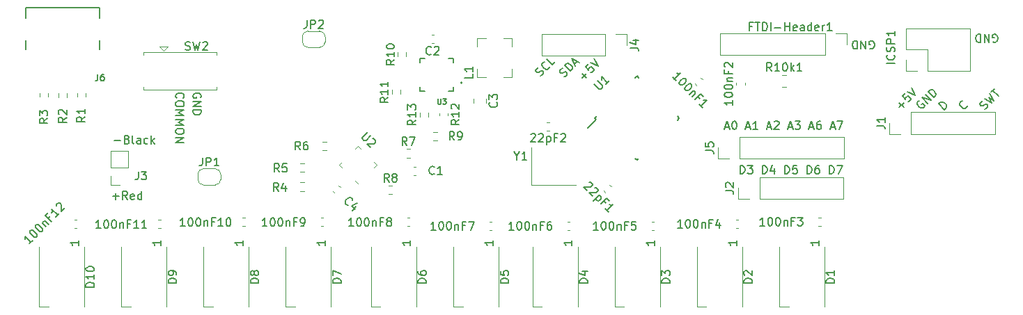
<source format=gbr>
%TF.GenerationSoftware,KiCad,Pcbnew,7.0.10*%
%TF.CreationDate,2024-11-03T00:15:00-07:00*%
%TF.ProjectId,winston-pomodoro-timer,77696e73-746f-46e2-9d70-6f6d6f646f72,rev?*%
%TF.SameCoordinates,Original*%
%TF.FileFunction,Legend,Top*%
%TF.FilePolarity,Positive*%
%FSLAX46Y46*%
G04 Gerber Fmt 4.6, Leading zero omitted, Abs format (unit mm)*
G04 Created by KiCad (PCBNEW 7.0.10) date 2024-11-03 00:15:00*
%MOMM*%
%LPD*%
G01*
G04 APERTURE LIST*
%ADD10C,0.150000*%
%ADD11C,0.120000*%
%ADD12C,0.127000*%
%ADD13C,0.200000*%
G04 APERTURE END LIST*
D10*
X236078743Y-73319809D02*
X236213430Y-73252465D01*
X236213430Y-73252465D02*
X236381789Y-73084107D01*
X236381789Y-73084107D02*
X236415461Y-72983091D01*
X236415461Y-72983091D02*
X236415461Y-72915748D01*
X236415461Y-72915748D02*
X236381789Y-72814733D01*
X236381789Y-72814733D02*
X236314445Y-72747389D01*
X236314445Y-72747389D02*
X236213430Y-72713717D01*
X236213430Y-72713717D02*
X236146087Y-72713717D01*
X236146087Y-72713717D02*
X236045071Y-72747389D01*
X236045071Y-72747389D02*
X235876713Y-72848404D01*
X235876713Y-72848404D02*
X235775697Y-72882076D01*
X235775697Y-72882076D02*
X235708354Y-72882076D01*
X235708354Y-72882076D02*
X235607339Y-72848404D01*
X235607339Y-72848404D02*
X235539995Y-72781061D01*
X235539995Y-72781061D02*
X235506323Y-72680046D01*
X235506323Y-72680046D02*
X235506323Y-72612702D01*
X235506323Y-72612702D02*
X235539995Y-72511687D01*
X235539995Y-72511687D02*
X235708354Y-72343328D01*
X235708354Y-72343328D02*
X235843041Y-72275984D01*
X236045071Y-72006610D02*
X236920537Y-72545358D01*
X236920537Y-72545358D02*
X236550148Y-71905595D01*
X236550148Y-71905595D02*
X237189911Y-72275984D01*
X237189911Y-72275984D02*
X236651163Y-71400519D01*
X236819522Y-71232160D02*
X237223583Y-70828099D01*
X237728659Y-71737237D02*
X237021552Y-71030130D01*
X206336779Y-81169819D02*
X206336779Y-80169819D01*
X206336779Y-80169819D02*
X206574874Y-80169819D01*
X206574874Y-80169819D02*
X206717731Y-80217438D01*
X206717731Y-80217438D02*
X206812969Y-80312676D01*
X206812969Y-80312676D02*
X206860588Y-80407914D01*
X206860588Y-80407914D02*
X206908207Y-80598390D01*
X206908207Y-80598390D02*
X206908207Y-80741247D01*
X206908207Y-80741247D02*
X206860588Y-80931723D01*
X206860588Y-80931723D02*
X206812969Y-81026961D01*
X206812969Y-81026961D02*
X206717731Y-81122200D01*
X206717731Y-81122200D02*
X206574874Y-81169819D01*
X206574874Y-81169819D02*
X206336779Y-81169819D01*
X207241541Y-80169819D02*
X207860588Y-80169819D01*
X207860588Y-80169819D02*
X207527255Y-80550771D01*
X207527255Y-80550771D02*
X207670112Y-80550771D01*
X207670112Y-80550771D02*
X207765350Y-80598390D01*
X207765350Y-80598390D02*
X207812969Y-80646009D01*
X207812969Y-80646009D02*
X207860588Y-80741247D01*
X207860588Y-80741247D02*
X207860588Y-80979342D01*
X207860588Y-80979342D02*
X207812969Y-81074580D01*
X207812969Y-81074580D02*
X207765350Y-81122200D01*
X207765350Y-81122200D02*
X207670112Y-81169819D01*
X207670112Y-81169819D02*
X207384398Y-81169819D01*
X207384398Y-81169819D02*
X207289160Y-81122200D01*
X207289160Y-81122200D02*
X207241541Y-81074580D01*
X209051065Y-81169819D02*
X209051065Y-80169819D01*
X209051065Y-80169819D02*
X209289160Y-80169819D01*
X209289160Y-80169819D02*
X209432017Y-80217438D01*
X209432017Y-80217438D02*
X209527255Y-80312676D01*
X209527255Y-80312676D02*
X209574874Y-80407914D01*
X209574874Y-80407914D02*
X209622493Y-80598390D01*
X209622493Y-80598390D02*
X209622493Y-80741247D01*
X209622493Y-80741247D02*
X209574874Y-80931723D01*
X209574874Y-80931723D02*
X209527255Y-81026961D01*
X209527255Y-81026961D02*
X209432017Y-81122200D01*
X209432017Y-81122200D02*
X209289160Y-81169819D01*
X209289160Y-81169819D02*
X209051065Y-81169819D01*
X210479636Y-80503152D02*
X210479636Y-81169819D01*
X210241541Y-80122200D02*
X210003446Y-80836485D01*
X210003446Y-80836485D02*
X210622493Y-80836485D01*
X211765351Y-81169819D02*
X211765351Y-80169819D01*
X211765351Y-80169819D02*
X212003446Y-80169819D01*
X212003446Y-80169819D02*
X212146303Y-80217438D01*
X212146303Y-80217438D02*
X212241541Y-80312676D01*
X212241541Y-80312676D02*
X212289160Y-80407914D01*
X212289160Y-80407914D02*
X212336779Y-80598390D01*
X212336779Y-80598390D02*
X212336779Y-80741247D01*
X212336779Y-80741247D02*
X212289160Y-80931723D01*
X212289160Y-80931723D02*
X212241541Y-81026961D01*
X212241541Y-81026961D02*
X212146303Y-81122200D01*
X212146303Y-81122200D02*
X212003446Y-81169819D01*
X212003446Y-81169819D02*
X211765351Y-81169819D01*
X213241541Y-80169819D02*
X212765351Y-80169819D01*
X212765351Y-80169819D02*
X212717732Y-80646009D01*
X212717732Y-80646009D02*
X212765351Y-80598390D01*
X212765351Y-80598390D02*
X212860589Y-80550771D01*
X212860589Y-80550771D02*
X213098684Y-80550771D01*
X213098684Y-80550771D02*
X213193922Y-80598390D01*
X213193922Y-80598390D02*
X213241541Y-80646009D01*
X213241541Y-80646009D02*
X213289160Y-80741247D01*
X213289160Y-80741247D02*
X213289160Y-80979342D01*
X213289160Y-80979342D02*
X213241541Y-81074580D01*
X213241541Y-81074580D02*
X213193922Y-81122200D01*
X213193922Y-81122200D02*
X213098684Y-81169819D01*
X213098684Y-81169819D02*
X212860589Y-81169819D01*
X212860589Y-81169819D02*
X212765351Y-81122200D01*
X212765351Y-81122200D02*
X212717732Y-81074580D01*
X214479637Y-81169819D02*
X214479637Y-80169819D01*
X214479637Y-80169819D02*
X214717732Y-80169819D01*
X214717732Y-80169819D02*
X214860589Y-80217438D01*
X214860589Y-80217438D02*
X214955827Y-80312676D01*
X214955827Y-80312676D02*
X215003446Y-80407914D01*
X215003446Y-80407914D02*
X215051065Y-80598390D01*
X215051065Y-80598390D02*
X215051065Y-80741247D01*
X215051065Y-80741247D02*
X215003446Y-80931723D01*
X215003446Y-80931723D02*
X214955827Y-81026961D01*
X214955827Y-81026961D02*
X214860589Y-81122200D01*
X214860589Y-81122200D02*
X214717732Y-81169819D01*
X214717732Y-81169819D02*
X214479637Y-81169819D01*
X215908208Y-80169819D02*
X215717732Y-80169819D01*
X215717732Y-80169819D02*
X215622494Y-80217438D01*
X215622494Y-80217438D02*
X215574875Y-80265057D01*
X215574875Y-80265057D02*
X215479637Y-80407914D01*
X215479637Y-80407914D02*
X215432018Y-80598390D01*
X215432018Y-80598390D02*
X215432018Y-80979342D01*
X215432018Y-80979342D02*
X215479637Y-81074580D01*
X215479637Y-81074580D02*
X215527256Y-81122200D01*
X215527256Y-81122200D02*
X215622494Y-81169819D01*
X215622494Y-81169819D02*
X215812970Y-81169819D01*
X215812970Y-81169819D02*
X215908208Y-81122200D01*
X215908208Y-81122200D02*
X215955827Y-81074580D01*
X215955827Y-81074580D02*
X216003446Y-80979342D01*
X216003446Y-80979342D02*
X216003446Y-80741247D01*
X216003446Y-80741247D02*
X215955827Y-80646009D01*
X215955827Y-80646009D02*
X215908208Y-80598390D01*
X215908208Y-80598390D02*
X215812970Y-80550771D01*
X215812970Y-80550771D02*
X215622494Y-80550771D01*
X215622494Y-80550771D02*
X215527256Y-80598390D01*
X215527256Y-80598390D02*
X215479637Y-80646009D01*
X215479637Y-80646009D02*
X215432018Y-80741247D01*
X217193923Y-81169819D02*
X217193923Y-80169819D01*
X217193923Y-80169819D02*
X217432018Y-80169819D01*
X217432018Y-80169819D02*
X217574875Y-80217438D01*
X217574875Y-80217438D02*
X217670113Y-80312676D01*
X217670113Y-80312676D02*
X217717732Y-80407914D01*
X217717732Y-80407914D02*
X217765351Y-80598390D01*
X217765351Y-80598390D02*
X217765351Y-80741247D01*
X217765351Y-80741247D02*
X217717732Y-80931723D01*
X217717732Y-80931723D02*
X217670113Y-81026961D01*
X217670113Y-81026961D02*
X217574875Y-81122200D01*
X217574875Y-81122200D02*
X217432018Y-81169819D01*
X217432018Y-81169819D02*
X217193923Y-81169819D01*
X218098685Y-80169819D02*
X218765351Y-80169819D01*
X218765351Y-80169819D02*
X218336780Y-81169819D01*
X187126713Y-69500435D02*
X187665461Y-68961687D01*
X187665461Y-69500435D02*
X187126713Y-68961687D01*
X187901163Y-67850519D02*
X187564445Y-68187237D01*
X187564445Y-68187237D02*
X187867491Y-68557626D01*
X187867491Y-68557626D02*
X187867491Y-68490282D01*
X187867491Y-68490282D02*
X187901163Y-68389267D01*
X187901163Y-68389267D02*
X188069521Y-68220908D01*
X188069521Y-68220908D02*
X188170537Y-68187237D01*
X188170537Y-68187237D02*
X188237880Y-68187237D01*
X188237880Y-68187237D02*
X188338895Y-68220908D01*
X188338895Y-68220908D02*
X188507254Y-68389267D01*
X188507254Y-68389267D02*
X188540926Y-68490282D01*
X188540926Y-68490282D02*
X188540926Y-68557626D01*
X188540926Y-68557626D02*
X188507254Y-68658641D01*
X188507254Y-68658641D02*
X188338895Y-68827000D01*
X188338895Y-68827000D02*
X188237880Y-68860672D01*
X188237880Y-68860672D02*
X188170537Y-68860672D01*
X188136865Y-67614817D02*
X189079674Y-68086221D01*
X189079674Y-68086221D02*
X188608269Y-67143412D01*
X137825419Y-71958207D02*
X137777800Y-71910588D01*
X137777800Y-71910588D02*
X137730180Y-71767731D01*
X137730180Y-71767731D02*
X137730180Y-71672493D01*
X137730180Y-71672493D02*
X137777800Y-71529636D01*
X137777800Y-71529636D02*
X137873038Y-71434398D01*
X137873038Y-71434398D02*
X137968276Y-71386779D01*
X137968276Y-71386779D02*
X138158752Y-71339160D01*
X138158752Y-71339160D02*
X138301609Y-71339160D01*
X138301609Y-71339160D02*
X138492085Y-71386779D01*
X138492085Y-71386779D02*
X138587323Y-71434398D01*
X138587323Y-71434398D02*
X138682561Y-71529636D01*
X138682561Y-71529636D02*
X138730180Y-71672493D01*
X138730180Y-71672493D02*
X138730180Y-71767731D01*
X138730180Y-71767731D02*
X138682561Y-71910588D01*
X138682561Y-71910588D02*
X138634942Y-71958207D01*
X138730180Y-72577255D02*
X138730180Y-72767731D01*
X138730180Y-72767731D02*
X138682561Y-72862969D01*
X138682561Y-72862969D02*
X138587323Y-72958207D01*
X138587323Y-72958207D02*
X138396847Y-73005826D01*
X138396847Y-73005826D02*
X138063514Y-73005826D01*
X138063514Y-73005826D02*
X137873038Y-72958207D01*
X137873038Y-72958207D02*
X137777800Y-72862969D01*
X137777800Y-72862969D02*
X137730180Y-72767731D01*
X137730180Y-72767731D02*
X137730180Y-72577255D01*
X137730180Y-72577255D02*
X137777800Y-72482017D01*
X137777800Y-72482017D02*
X137873038Y-72386779D01*
X137873038Y-72386779D02*
X138063514Y-72339160D01*
X138063514Y-72339160D02*
X138396847Y-72339160D01*
X138396847Y-72339160D02*
X138587323Y-72386779D01*
X138587323Y-72386779D02*
X138682561Y-72482017D01*
X138682561Y-72482017D02*
X138730180Y-72577255D01*
X137730180Y-73434398D02*
X138730180Y-73434398D01*
X138730180Y-73434398D02*
X138015895Y-73767731D01*
X138015895Y-73767731D02*
X138730180Y-74101064D01*
X138730180Y-74101064D02*
X137730180Y-74101064D01*
X137730180Y-74577255D02*
X138730180Y-74577255D01*
X138730180Y-74577255D02*
X138015895Y-74910588D01*
X138015895Y-74910588D02*
X138730180Y-75243921D01*
X138730180Y-75243921D02*
X137730180Y-75243921D01*
X138730180Y-75910588D02*
X138730180Y-76101064D01*
X138730180Y-76101064D02*
X138682561Y-76196302D01*
X138682561Y-76196302D02*
X138587323Y-76291540D01*
X138587323Y-76291540D02*
X138396847Y-76339159D01*
X138396847Y-76339159D02*
X138063514Y-76339159D01*
X138063514Y-76339159D02*
X137873038Y-76291540D01*
X137873038Y-76291540D02*
X137777800Y-76196302D01*
X137777800Y-76196302D02*
X137730180Y-76101064D01*
X137730180Y-76101064D02*
X137730180Y-75910588D01*
X137730180Y-75910588D02*
X137777800Y-75815350D01*
X137777800Y-75815350D02*
X137873038Y-75720112D01*
X137873038Y-75720112D02*
X138063514Y-75672493D01*
X138063514Y-75672493D02*
X138396847Y-75672493D01*
X138396847Y-75672493D02*
X138587323Y-75720112D01*
X138587323Y-75720112D02*
X138682561Y-75815350D01*
X138682561Y-75815350D02*
X138730180Y-75910588D01*
X137730180Y-76767731D02*
X138730180Y-76767731D01*
X138730180Y-76767731D02*
X137730180Y-77339159D01*
X137730180Y-77339159D02*
X138730180Y-77339159D01*
X184978743Y-69369809D02*
X185113430Y-69302465D01*
X185113430Y-69302465D02*
X185281789Y-69134107D01*
X185281789Y-69134107D02*
X185315461Y-69033091D01*
X185315461Y-69033091D02*
X185315461Y-68965748D01*
X185315461Y-68965748D02*
X185281789Y-68864733D01*
X185281789Y-68864733D02*
X185214445Y-68797389D01*
X185214445Y-68797389D02*
X185113430Y-68763717D01*
X185113430Y-68763717D02*
X185046087Y-68763717D01*
X185046087Y-68763717D02*
X184945071Y-68797389D01*
X184945071Y-68797389D02*
X184776713Y-68898404D01*
X184776713Y-68898404D02*
X184675697Y-68932076D01*
X184675697Y-68932076D02*
X184608354Y-68932076D01*
X184608354Y-68932076D02*
X184507339Y-68898404D01*
X184507339Y-68898404D02*
X184439995Y-68831061D01*
X184439995Y-68831061D02*
X184406323Y-68730046D01*
X184406323Y-68730046D02*
X184406323Y-68662702D01*
X184406323Y-68662702D02*
X184439995Y-68561687D01*
X184439995Y-68561687D02*
X184608354Y-68393328D01*
X184608354Y-68393328D02*
X184743041Y-68325984D01*
X185719522Y-68696374D02*
X185012415Y-67989267D01*
X185012415Y-67989267D02*
X185180774Y-67820908D01*
X185180774Y-67820908D02*
X185315461Y-67753565D01*
X185315461Y-67753565D02*
X185450148Y-67753565D01*
X185450148Y-67753565D02*
X185551163Y-67787236D01*
X185551163Y-67787236D02*
X185719522Y-67888252D01*
X185719522Y-67888252D02*
X185820537Y-67989267D01*
X185820537Y-67989267D02*
X185921552Y-68157626D01*
X185921552Y-68157626D02*
X185955224Y-68258641D01*
X185955224Y-68258641D02*
X185955224Y-68393328D01*
X185955224Y-68393328D02*
X185887880Y-68528015D01*
X185887880Y-68528015D02*
X185719522Y-68696374D01*
X186190926Y-67820908D02*
X186527644Y-67484191D01*
X186325613Y-68090282D02*
X185854209Y-67147473D01*
X185854209Y-67147473D02*
X186797018Y-67618878D01*
X130036779Y-83938866D02*
X130798684Y-83938866D01*
X130417731Y-84319819D02*
X130417731Y-83557914D01*
X131846302Y-84319819D02*
X131512969Y-83843628D01*
X131274874Y-84319819D02*
X131274874Y-83319819D01*
X131274874Y-83319819D02*
X131655826Y-83319819D01*
X131655826Y-83319819D02*
X131751064Y-83367438D01*
X131751064Y-83367438D02*
X131798683Y-83415057D01*
X131798683Y-83415057D02*
X131846302Y-83510295D01*
X131846302Y-83510295D02*
X131846302Y-83653152D01*
X131846302Y-83653152D02*
X131798683Y-83748390D01*
X131798683Y-83748390D02*
X131751064Y-83796009D01*
X131751064Y-83796009D02*
X131655826Y-83843628D01*
X131655826Y-83843628D02*
X131274874Y-83843628D01*
X132655826Y-84272200D02*
X132560588Y-84319819D01*
X132560588Y-84319819D02*
X132370112Y-84319819D01*
X132370112Y-84319819D02*
X132274874Y-84272200D01*
X132274874Y-84272200D02*
X132227255Y-84176961D01*
X132227255Y-84176961D02*
X132227255Y-83796009D01*
X132227255Y-83796009D02*
X132274874Y-83700771D01*
X132274874Y-83700771D02*
X132370112Y-83653152D01*
X132370112Y-83653152D02*
X132560588Y-83653152D01*
X132560588Y-83653152D02*
X132655826Y-83700771D01*
X132655826Y-83700771D02*
X132703445Y-83796009D01*
X132703445Y-83796009D02*
X132703445Y-83891247D01*
X132703445Y-83891247D02*
X132227255Y-83986485D01*
X133560588Y-84319819D02*
X133560588Y-83319819D01*
X133560588Y-84272200D02*
X133465350Y-84319819D01*
X133465350Y-84319819D02*
X133274874Y-84319819D01*
X133274874Y-84319819D02*
X133179636Y-84272200D01*
X133179636Y-84272200D02*
X133132017Y-84224580D01*
X133132017Y-84224580D02*
X133084398Y-84129342D01*
X133084398Y-84129342D02*
X133084398Y-83843628D01*
X133084398Y-83843628D02*
X133132017Y-83748390D01*
X133132017Y-83748390D02*
X133179636Y-83700771D01*
X133179636Y-83700771D02*
X133274874Y-83653152D01*
X133274874Y-83653152D02*
X133465350Y-83653152D01*
X133465350Y-83653152D02*
X133560588Y-83700771D01*
X228143041Y-72275984D02*
X228042026Y-72309656D01*
X228042026Y-72309656D02*
X227941010Y-72410671D01*
X227941010Y-72410671D02*
X227873667Y-72545358D01*
X227873667Y-72545358D02*
X227873667Y-72680046D01*
X227873667Y-72680046D02*
X227907339Y-72781061D01*
X227907339Y-72781061D02*
X228008354Y-72949420D01*
X228008354Y-72949420D02*
X228109369Y-73050435D01*
X228109369Y-73050435D02*
X228277728Y-73151450D01*
X228277728Y-73151450D02*
X228378743Y-73185122D01*
X228378743Y-73185122D02*
X228513430Y-73185122D01*
X228513430Y-73185122D02*
X228648117Y-73117778D01*
X228648117Y-73117778D02*
X228715461Y-73050435D01*
X228715461Y-73050435D02*
X228782804Y-72915748D01*
X228782804Y-72915748D02*
X228782804Y-72848404D01*
X228782804Y-72848404D02*
X228547102Y-72612702D01*
X228547102Y-72612702D02*
X228412415Y-72747389D01*
X229153193Y-72612702D02*
X228446087Y-71905595D01*
X228446087Y-71905595D02*
X229557254Y-72208641D01*
X229557254Y-72208641D02*
X228850148Y-71501534D01*
X229893972Y-71871924D02*
X229186865Y-71164817D01*
X229186865Y-71164817D02*
X229355224Y-70996458D01*
X229355224Y-70996458D02*
X229489911Y-70929114D01*
X229489911Y-70929114D02*
X229624598Y-70929114D01*
X229624598Y-70929114D02*
X229725613Y-70962786D01*
X229725613Y-70962786D02*
X229893972Y-71063801D01*
X229893972Y-71063801D02*
X229994987Y-71164817D01*
X229994987Y-71164817D02*
X230096002Y-71333175D01*
X230096002Y-71333175D02*
X230129674Y-71434191D01*
X230129674Y-71434191D02*
X230129674Y-71568878D01*
X230129674Y-71568878D02*
X230062331Y-71703565D01*
X230062331Y-71703565D02*
X229893972Y-71871924D01*
X237089411Y-65132561D02*
X237184649Y-65180180D01*
X237184649Y-65180180D02*
X237327506Y-65180180D01*
X237327506Y-65180180D02*
X237470363Y-65132561D01*
X237470363Y-65132561D02*
X237565601Y-65037323D01*
X237565601Y-65037323D02*
X237613220Y-64942085D01*
X237613220Y-64942085D02*
X237660839Y-64751609D01*
X237660839Y-64751609D02*
X237660839Y-64608752D01*
X237660839Y-64608752D02*
X237613220Y-64418276D01*
X237613220Y-64418276D02*
X237565601Y-64323038D01*
X237565601Y-64323038D02*
X237470363Y-64227800D01*
X237470363Y-64227800D02*
X237327506Y-64180180D01*
X237327506Y-64180180D02*
X237232268Y-64180180D01*
X237232268Y-64180180D02*
X237089411Y-64227800D01*
X237089411Y-64227800D02*
X237041792Y-64275419D01*
X237041792Y-64275419D02*
X237041792Y-64608752D01*
X237041792Y-64608752D02*
X237232268Y-64608752D01*
X236613220Y-64180180D02*
X236613220Y-65180180D01*
X236613220Y-65180180D02*
X236041792Y-64180180D01*
X236041792Y-64180180D02*
X236041792Y-65180180D01*
X235565601Y-64180180D02*
X235565601Y-65180180D01*
X235565601Y-65180180D02*
X235327506Y-65180180D01*
X235327506Y-65180180D02*
X235184649Y-65132561D01*
X235184649Y-65132561D02*
X235089411Y-65037323D01*
X235089411Y-65037323D02*
X235041792Y-64942085D01*
X235041792Y-64942085D02*
X234994173Y-64751609D01*
X234994173Y-64751609D02*
X234994173Y-64608752D01*
X234994173Y-64608752D02*
X235041792Y-64418276D01*
X235041792Y-64418276D02*
X235089411Y-64323038D01*
X235089411Y-64323038D02*
X235184649Y-64227800D01*
X235184649Y-64227800D02*
X235327506Y-64180180D01*
X235327506Y-64180180D02*
X235565601Y-64180180D01*
X204489160Y-75484104D02*
X204965350Y-75484104D01*
X204393922Y-75769819D02*
X204727255Y-74769819D01*
X204727255Y-74769819D02*
X205060588Y-75769819D01*
X205584398Y-74769819D02*
X205679636Y-74769819D01*
X205679636Y-74769819D02*
X205774874Y-74817438D01*
X205774874Y-74817438D02*
X205822493Y-74865057D01*
X205822493Y-74865057D02*
X205870112Y-74960295D01*
X205870112Y-74960295D02*
X205917731Y-75150771D01*
X205917731Y-75150771D02*
X205917731Y-75388866D01*
X205917731Y-75388866D02*
X205870112Y-75579342D01*
X205870112Y-75579342D02*
X205822493Y-75674580D01*
X205822493Y-75674580D02*
X205774874Y-75722200D01*
X205774874Y-75722200D02*
X205679636Y-75769819D01*
X205679636Y-75769819D02*
X205584398Y-75769819D01*
X205584398Y-75769819D02*
X205489160Y-75722200D01*
X205489160Y-75722200D02*
X205441541Y-75674580D01*
X205441541Y-75674580D02*
X205393922Y-75579342D01*
X205393922Y-75579342D02*
X205346303Y-75388866D01*
X205346303Y-75388866D02*
X205346303Y-75150771D01*
X205346303Y-75150771D02*
X205393922Y-74960295D01*
X205393922Y-74960295D02*
X205441541Y-74865057D01*
X205441541Y-74865057D02*
X205489160Y-74817438D01*
X205489160Y-74817438D02*
X205584398Y-74769819D01*
X207060589Y-75484104D02*
X207536779Y-75484104D01*
X206965351Y-75769819D02*
X207298684Y-74769819D01*
X207298684Y-74769819D02*
X207632017Y-75769819D01*
X208489160Y-75769819D02*
X207917732Y-75769819D01*
X208203446Y-75769819D02*
X208203446Y-74769819D01*
X208203446Y-74769819D02*
X208108208Y-74912676D01*
X208108208Y-74912676D02*
X208012970Y-75007914D01*
X208012970Y-75007914D02*
X207917732Y-75055533D01*
X209632018Y-75484104D02*
X210108208Y-75484104D01*
X209536780Y-75769819D02*
X209870113Y-74769819D01*
X209870113Y-74769819D02*
X210203446Y-75769819D01*
X210489161Y-74865057D02*
X210536780Y-74817438D01*
X210536780Y-74817438D02*
X210632018Y-74769819D01*
X210632018Y-74769819D02*
X210870113Y-74769819D01*
X210870113Y-74769819D02*
X210965351Y-74817438D01*
X210965351Y-74817438D02*
X211012970Y-74865057D01*
X211012970Y-74865057D02*
X211060589Y-74960295D01*
X211060589Y-74960295D02*
X211060589Y-75055533D01*
X211060589Y-75055533D02*
X211012970Y-75198390D01*
X211012970Y-75198390D02*
X210441542Y-75769819D01*
X210441542Y-75769819D02*
X211060589Y-75769819D01*
X212203447Y-75484104D02*
X212679637Y-75484104D01*
X212108209Y-75769819D02*
X212441542Y-74769819D01*
X212441542Y-74769819D02*
X212774875Y-75769819D01*
X213012971Y-74769819D02*
X213632018Y-74769819D01*
X213632018Y-74769819D02*
X213298685Y-75150771D01*
X213298685Y-75150771D02*
X213441542Y-75150771D01*
X213441542Y-75150771D02*
X213536780Y-75198390D01*
X213536780Y-75198390D02*
X213584399Y-75246009D01*
X213584399Y-75246009D02*
X213632018Y-75341247D01*
X213632018Y-75341247D02*
X213632018Y-75579342D01*
X213632018Y-75579342D02*
X213584399Y-75674580D01*
X213584399Y-75674580D02*
X213536780Y-75722200D01*
X213536780Y-75722200D02*
X213441542Y-75769819D01*
X213441542Y-75769819D02*
X213155828Y-75769819D01*
X213155828Y-75769819D02*
X213060590Y-75722200D01*
X213060590Y-75722200D02*
X213012971Y-75674580D01*
X214774876Y-75484104D02*
X215251066Y-75484104D01*
X214679638Y-75769819D02*
X215012971Y-74769819D01*
X215012971Y-74769819D02*
X215346304Y-75769819D01*
X216108209Y-74769819D02*
X215917733Y-74769819D01*
X215917733Y-74769819D02*
X215822495Y-74817438D01*
X215822495Y-74817438D02*
X215774876Y-74865057D01*
X215774876Y-74865057D02*
X215679638Y-75007914D01*
X215679638Y-75007914D02*
X215632019Y-75198390D01*
X215632019Y-75198390D02*
X215632019Y-75579342D01*
X215632019Y-75579342D02*
X215679638Y-75674580D01*
X215679638Y-75674580D02*
X215727257Y-75722200D01*
X215727257Y-75722200D02*
X215822495Y-75769819D01*
X215822495Y-75769819D02*
X216012971Y-75769819D01*
X216012971Y-75769819D02*
X216108209Y-75722200D01*
X216108209Y-75722200D02*
X216155828Y-75674580D01*
X216155828Y-75674580D02*
X216203447Y-75579342D01*
X216203447Y-75579342D02*
X216203447Y-75341247D01*
X216203447Y-75341247D02*
X216155828Y-75246009D01*
X216155828Y-75246009D02*
X216108209Y-75198390D01*
X216108209Y-75198390D02*
X216012971Y-75150771D01*
X216012971Y-75150771D02*
X215822495Y-75150771D01*
X215822495Y-75150771D02*
X215727257Y-75198390D01*
X215727257Y-75198390D02*
X215679638Y-75246009D01*
X215679638Y-75246009D02*
X215632019Y-75341247D01*
X217346305Y-75484104D02*
X217822495Y-75484104D01*
X217251067Y-75769819D02*
X217584400Y-74769819D01*
X217584400Y-74769819D02*
X217917733Y-75769819D01*
X218155829Y-74769819D02*
X218822495Y-74769819D01*
X218822495Y-74769819D02*
X218393924Y-75769819D01*
X140782561Y-71910588D02*
X140830180Y-71815350D01*
X140830180Y-71815350D02*
X140830180Y-71672493D01*
X140830180Y-71672493D02*
X140782561Y-71529636D01*
X140782561Y-71529636D02*
X140687323Y-71434398D01*
X140687323Y-71434398D02*
X140592085Y-71386779D01*
X140592085Y-71386779D02*
X140401609Y-71339160D01*
X140401609Y-71339160D02*
X140258752Y-71339160D01*
X140258752Y-71339160D02*
X140068276Y-71386779D01*
X140068276Y-71386779D02*
X139973038Y-71434398D01*
X139973038Y-71434398D02*
X139877800Y-71529636D01*
X139877800Y-71529636D02*
X139830180Y-71672493D01*
X139830180Y-71672493D02*
X139830180Y-71767731D01*
X139830180Y-71767731D02*
X139877800Y-71910588D01*
X139877800Y-71910588D02*
X139925419Y-71958207D01*
X139925419Y-71958207D02*
X140258752Y-71958207D01*
X140258752Y-71958207D02*
X140258752Y-71767731D01*
X139830180Y-72386779D02*
X140830180Y-72386779D01*
X140830180Y-72386779D02*
X139830180Y-72958207D01*
X139830180Y-72958207D02*
X140830180Y-72958207D01*
X139830180Y-73434398D02*
X140830180Y-73434398D01*
X140830180Y-73434398D02*
X140830180Y-73672493D01*
X140830180Y-73672493D02*
X140782561Y-73815350D01*
X140782561Y-73815350D02*
X140687323Y-73910588D01*
X140687323Y-73910588D02*
X140592085Y-73958207D01*
X140592085Y-73958207D02*
X140401609Y-74005826D01*
X140401609Y-74005826D02*
X140258752Y-74005826D01*
X140258752Y-74005826D02*
X140068276Y-73958207D01*
X140068276Y-73958207D02*
X139973038Y-73910588D01*
X139973038Y-73910588D02*
X139877800Y-73815350D01*
X139877800Y-73815350D02*
X139830180Y-73672493D01*
X139830180Y-73672493D02*
X139830180Y-73434398D01*
X222089411Y-65932561D02*
X222184649Y-65980180D01*
X222184649Y-65980180D02*
X222327506Y-65980180D01*
X222327506Y-65980180D02*
X222470363Y-65932561D01*
X222470363Y-65932561D02*
X222565601Y-65837323D01*
X222565601Y-65837323D02*
X222613220Y-65742085D01*
X222613220Y-65742085D02*
X222660839Y-65551609D01*
X222660839Y-65551609D02*
X222660839Y-65408752D01*
X222660839Y-65408752D02*
X222613220Y-65218276D01*
X222613220Y-65218276D02*
X222565601Y-65123038D01*
X222565601Y-65123038D02*
X222470363Y-65027800D01*
X222470363Y-65027800D02*
X222327506Y-64980180D01*
X222327506Y-64980180D02*
X222232268Y-64980180D01*
X222232268Y-64980180D02*
X222089411Y-65027800D01*
X222089411Y-65027800D02*
X222041792Y-65075419D01*
X222041792Y-65075419D02*
X222041792Y-65408752D01*
X222041792Y-65408752D02*
X222232268Y-65408752D01*
X221613220Y-64980180D02*
X221613220Y-65980180D01*
X221613220Y-65980180D02*
X221041792Y-64980180D01*
X221041792Y-64980180D02*
X221041792Y-65980180D01*
X220565601Y-64980180D02*
X220565601Y-65980180D01*
X220565601Y-65980180D02*
X220327506Y-65980180D01*
X220327506Y-65980180D02*
X220184649Y-65932561D01*
X220184649Y-65932561D02*
X220089411Y-65837323D01*
X220089411Y-65837323D02*
X220041792Y-65742085D01*
X220041792Y-65742085D02*
X219994173Y-65551609D01*
X219994173Y-65551609D02*
X219994173Y-65408752D01*
X219994173Y-65408752D02*
X220041792Y-65218276D01*
X220041792Y-65218276D02*
X220089411Y-65123038D01*
X220089411Y-65123038D02*
X220184649Y-65027800D01*
X220184649Y-65027800D02*
X220327506Y-64980180D01*
X220327506Y-64980180D02*
X220565601Y-64980180D01*
X130236779Y-77138866D02*
X130998684Y-77138866D01*
X131808207Y-76996009D02*
X131951064Y-77043628D01*
X131951064Y-77043628D02*
X131998683Y-77091247D01*
X131998683Y-77091247D02*
X132046302Y-77186485D01*
X132046302Y-77186485D02*
X132046302Y-77329342D01*
X132046302Y-77329342D02*
X131998683Y-77424580D01*
X131998683Y-77424580D02*
X131951064Y-77472200D01*
X131951064Y-77472200D02*
X131855826Y-77519819D01*
X131855826Y-77519819D02*
X131474874Y-77519819D01*
X131474874Y-77519819D02*
X131474874Y-76519819D01*
X131474874Y-76519819D02*
X131808207Y-76519819D01*
X131808207Y-76519819D02*
X131903445Y-76567438D01*
X131903445Y-76567438D02*
X131951064Y-76615057D01*
X131951064Y-76615057D02*
X131998683Y-76710295D01*
X131998683Y-76710295D02*
X131998683Y-76805533D01*
X131998683Y-76805533D02*
X131951064Y-76900771D01*
X131951064Y-76900771D02*
X131903445Y-76948390D01*
X131903445Y-76948390D02*
X131808207Y-76996009D01*
X131808207Y-76996009D02*
X131474874Y-76996009D01*
X132617731Y-77519819D02*
X132522493Y-77472200D01*
X132522493Y-77472200D02*
X132474874Y-77376961D01*
X132474874Y-77376961D02*
X132474874Y-76519819D01*
X133427255Y-77519819D02*
X133427255Y-76996009D01*
X133427255Y-76996009D02*
X133379636Y-76900771D01*
X133379636Y-76900771D02*
X133284398Y-76853152D01*
X133284398Y-76853152D02*
X133093922Y-76853152D01*
X133093922Y-76853152D02*
X132998684Y-76900771D01*
X133427255Y-77472200D02*
X133332017Y-77519819D01*
X133332017Y-77519819D02*
X133093922Y-77519819D01*
X133093922Y-77519819D02*
X132998684Y-77472200D01*
X132998684Y-77472200D02*
X132951065Y-77376961D01*
X132951065Y-77376961D02*
X132951065Y-77281723D01*
X132951065Y-77281723D02*
X132998684Y-77186485D01*
X132998684Y-77186485D02*
X133093922Y-77138866D01*
X133093922Y-77138866D02*
X133332017Y-77138866D01*
X133332017Y-77138866D02*
X133427255Y-77091247D01*
X134332017Y-77472200D02*
X134236779Y-77519819D01*
X134236779Y-77519819D02*
X134046303Y-77519819D01*
X134046303Y-77519819D02*
X133951065Y-77472200D01*
X133951065Y-77472200D02*
X133903446Y-77424580D01*
X133903446Y-77424580D02*
X133855827Y-77329342D01*
X133855827Y-77329342D02*
X133855827Y-77043628D01*
X133855827Y-77043628D02*
X133903446Y-76948390D01*
X133903446Y-76948390D02*
X133951065Y-76900771D01*
X133951065Y-76900771D02*
X134046303Y-76853152D01*
X134046303Y-76853152D02*
X134236779Y-76853152D01*
X134236779Y-76853152D02*
X134332017Y-76900771D01*
X134760589Y-77519819D02*
X134760589Y-76519819D01*
X134855827Y-77138866D02*
X135141541Y-77519819D01*
X135141541Y-76853152D02*
X134760589Y-77234104D01*
X231196087Y-73369809D02*
X230488980Y-72662702D01*
X230488980Y-72662702D02*
X230657339Y-72494343D01*
X230657339Y-72494343D02*
X230792026Y-72427000D01*
X230792026Y-72427000D02*
X230926713Y-72427000D01*
X230926713Y-72427000D02*
X231027728Y-72460671D01*
X231027728Y-72460671D02*
X231196087Y-72561687D01*
X231196087Y-72561687D02*
X231297102Y-72662702D01*
X231297102Y-72662702D02*
X231398117Y-72831061D01*
X231398117Y-72831061D02*
X231431789Y-72932076D01*
X231431789Y-72932076D02*
X231431789Y-73066763D01*
X231431789Y-73066763D02*
X231364445Y-73201450D01*
X231364445Y-73201450D02*
X231196087Y-73369809D01*
X233932804Y-72898404D02*
X233932804Y-72965748D01*
X233932804Y-72965748D02*
X233865461Y-73100435D01*
X233865461Y-73100435D02*
X233798117Y-73167778D01*
X233798117Y-73167778D02*
X233663430Y-73235122D01*
X233663430Y-73235122D02*
X233528743Y-73235122D01*
X233528743Y-73235122D02*
X233427728Y-73201450D01*
X233427728Y-73201450D02*
X233259369Y-73100435D01*
X233259369Y-73100435D02*
X233158354Y-72999420D01*
X233158354Y-72999420D02*
X233057339Y-72831061D01*
X233057339Y-72831061D02*
X233023667Y-72730046D01*
X233023667Y-72730046D02*
X233023667Y-72595358D01*
X233023667Y-72595358D02*
X233091010Y-72460671D01*
X233091010Y-72460671D02*
X233158354Y-72393328D01*
X233158354Y-72393328D02*
X233293041Y-72325984D01*
X233293041Y-72325984D02*
X233360384Y-72325984D01*
X182078743Y-69269809D02*
X182213430Y-69202465D01*
X182213430Y-69202465D02*
X182381789Y-69034107D01*
X182381789Y-69034107D02*
X182415461Y-68933091D01*
X182415461Y-68933091D02*
X182415461Y-68865748D01*
X182415461Y-68865748D02*
X182381789Y-68764733D01*
X182381789Y-68764733D02*
X182314445Y-68697389D01*
X182314445Y-68697389D02*
X182213430Y-68663717D01*
X182213430Y-68663717D02*
X182146087Y-68663717D01*
X182146087Y-68663717D02*
X182045071Y-68697389D01*
X182045071Y-68697389D02*
X181876713Y-68798404D01*
X181876713Y-68798404D02*
X181775697Y-68832076D01*
X181775697Y-68832076D02*
X181708354Y-68832076D01*
X181708354Y-68832076D02*
X181607339Y-68798404D01*
X181607339Y-68798404D02*
X181539995Y-68731061D01*
X181539995Y-68731061D02*
X181506323Y-68630046D01*
X181506323Y-68630046D02*
X181506323Y-68562702D01*
X181506323Y-68562702D02*
X181539995Y-68461687D01*
X181539995Y-68461687D02*
X181708354Y-68293328D01*
X181708354Y-68293328D02*
X181843041Y-68225984D01*
X183156239Y-68124969D02*
X183156239Y-68192313D01*
X183156239Y-68192313D02*
X183088896Y-68327000D01*
X183088896Y-68327000D02*
X183021552Y-68394343D01*
X183021552Y-68394343D02*
X182886865Y-68461687D01*
X182886865Y-68461687D02*
X182752178Y-68461687D01*
X182752178Y-68461687D02*
X182651163Y-68428015D01*
X182651163Y-68428015D02*
X182482804Y-68327000D01*
X182482804Y-68327000D02*
X182381789Y-68225984D01*
X182381789Y-68225984D02*
X182280774Y-68057626D01*
X182280774Y-68057626D02*
X182247102Y-67956610D01*
X182247102Y-67956610D02*
X182247102Y-67821923D01*
X182247102Y-67821923D02*
X182314445Y-67687236D01*
X182314445Y-67687236D02*
X182381789Y-67619893D01*
X182381789Y-67619893D02*
X182516476Y-67552549D01*
X182516476Y-67552549D02*
X182583819Y-67552549D01*
X183863346Y-67552549D02*
X183526628Y-67889267D01*
X183526628Y-67889267D02*
X182819522Y-67182160D01*
X225676713Y-73050435D02*
X226215461Y-72511687D01*
X226215461Y-73050435D02*
X225676713Y-72511687D01*
X226451163Y-71400519D02*
X226114445Y-71737237D01*
X226114445Y-71737237D02*
X226417491Y-72107626D01*
X226417491Y-72107626D02*
X226417491Y-72040282D01*
X226417491Y-72040282D02*
X226451163Y-71939267D01*
X226451163Y-71939267D02*
X226619521Y-71770908D01*
X226619521Y-71770908D02*
X226720537Y-71737237D01*
X226720537Y-71737237D02*
X226787880Y-71737237D01*
X226787880Y-71737237D02*
X226888895Y-71770908D01*
X226888895Y-71770908D02*
X227057254Y-71939267D01*
X227057254Y-71939267D02*
X227090926Y-72040282D01*
X227090926Y-72040282D02*
X227090926Y-72107626D01*
X227090926Y-72107626D02*
X227057254Y-72208641D01*
X227057254Y-72208641D02*
X226888895Y-72377000D01*
X226888895Y-72377000D02*
X226787880Y-72410672D01*
X226787880Y-72410672D02*
X226720537Y-72410672D01*
X226686865Y-71164817D02*
X227629674Y-71636221D01*
X227629674Y-71636221D02*
X227158269Y-70693412D01*
X168783333Y-66589580D02*
X168735714Y-66637200D01*
X168735714Y-66637200D02*
X168592857Y-66684819D01*
X168592857Y-66684819D02*
X168497619Y-66684819D01*
X168497619Y-66684819D02*
X168354762Y-66637200D01*
X168354762Y-66637200D02*
X168259524Y-66541961D01*
X168259524Y-66541961D02*
X168211905Y-66446723D01*
X168211905Y-66446723D02*
X168164286Y-66256247D01*
X168164286Y-66256247D02*
X168164286Y-66113390D01*
X168164286Y-66113390D02*
X168211905Y-65922914D01*
X168211905Y-65922914D02*
X168259524Y-65827676D01*
X168259524Y-65827676D02*
X168354762Y-65732438D01*
X168354762Y-65732438D02*
X168497619Y-65684819D01*
X168497619Y-65684819D02*
X168592857Y-65684819D01*
X168592857Y-65684819D02*
X168735714Y-65732438D01*
X168735714Y-65732438D02*
X168783333Y-65780057D01*
X169164286Y-65780057D02*
X169211905Y-65732438D01*
X169211905Y-65732438D02*
X169307143Y-65684819D01*
X169307143Y-65684819D02*
X169545238Y-65684819D01*
X169545238Y-65684819D02*
X169640476Y-65732438D01*
X169640476Y-65732438D02*
X169688095Y-65780057D01*
X169688095Y-65780057D02*
X169735714Y-65875295D01*
X169735714Y-65875295D02*
X169735714Y-65970533D01*
X169735714Y-65970533D02*
X169688095Y-66113390D01*
X169688095Y-66113390D02*
X169116667Y-66684819D01*
X169116667Y-66684819D02*
X169735714Y-66684819D01*
X169580380Y-72054674D02*
X169580380Y-72572769D01*
X169580380Y-72572769D02*
X169610857Y-72633721D01*
X169610857Y-72633721D02*
X169641333Y-72664198D01*
X169641333Y-72664198D02*
X169702285Y-72694674D01*
X169702285Y-72694674D02*
X169824190Y-72694674D01*
X169824190Y-72694674D02*
X169885142Y-72664198D01*
X169885142Y-72664198D02*
X169915619Y-72633721D01*
X169915619Y-72633721D02*
X169946095Y-72572769D01*
X169946095Y-72572769D02*
X169946095Y-72054674D01*
X170189904Y-72054674D02*
X170586095Y-72054674D01*
X170586095Y-72054674D02*
X170372761Y-72298483D01*
X170372761Y-72298483D02*
X170464190Y-72298483D01*
X170464190Y-72298483D02*
X170525142Y-72328959D01*
X170525142Y-72328959D02*
X170555618Y-72359436D01*
X170555618Y-72359436D02*
X170586095Y-72420388D01*
X170586095Y-72420388D02*
X170586095Y-72572769D01*
X170586095Y-72572769D02*
X170555618Y-72633721D01*
X170555618Y-72633721D02*
X170525142Y-72664198D01*
X170525142Y-72664198D02*
X170464190Y-72694674D01*
X170464190Y-72694674D02*
X170281333Y-72694674D01*
X170281333Y-72694674D02*
X170220380Y-72664198D01*
X170220380Y-72664198D02*
X170189904Y-72633721D01*
X150308333Y-80954819D02*
X149975000Y-80478628D01*
X149736905Y-80954819D02*
X149736905Y-79954819D01*
X149736905Y-79954819D02*
X150117857Y-79954819D01*
X150117857Y-79954819D02*
X150213095Y-80002438D01*
X150213095Y-80002438D02*
X150260714Y-80050057D01*
X150260714Y-80050057D02*
X150308333Y-80145295D01*
X150308333Y-80145295D02*
X150308333Y-80288152D01*
X150308333Y-80288152D02*
X150260714Y-80383390D01*
X150260714Y-80383390D02*
X150213095Y-80431009D01*
X150213095Y-80431009D02*
X150117857Y-80478628D01*
X150117857Y-80478628D02*
X149736905Y-80478628D01*
X151213095Y-79954819D02*
X150736905Y-79954819D01*
X150736905Y-79954819D02*
X150689286Y-80431009D01*
X150689286Y-80431009D02*
X150736905Y-80383390D01*
X150736905Y-80383390D02*
X150832143Y-80335771D01*
X150832143Y-80335771D02*
X151070238Y-80335771D01*
X151070238Y-80335771D02*
X151165476Y-80383390D01*
X151165476Y-80383390D02*
X151213095Y-80431009D01*
X151213095Y-80431009D02*
X151260714Y-80526247D01*
X151260714Y-80526247D02*
X151260714Y-80764342D01*
X151260714Y-80764342D02*
X151213095Y-80859580D01*
X151213095Y-80859580D02*
X151165476Y-80907200D01*
X151165476Y-80907200D02*
X151070238Y-80954819D01*
X151070238Y-80954819D02*
X150832143Y-80954819D01*
X150832143Y-80954819D02*
X150736905Y-80907200D01*
X150736905Y-80907200D02*
X150689286Y-80859580D01*
X222964819Y-75333333D02*
X223679104Y-75333333D01*
X223679104Y-75333333D02*
X223821961Y-75380952D01*
X223821961Y-75380952D02*
X223917200Y-75476190D01*
X223917200Y-75476190D02*
X223964819Y-75619047D01*
X223964819Y-75619047D02*
X223964819Y-75714285D01*
X223964819Y-74333333D02*
X223964819Y-74904761D01*
X223964819Y-74619047D02*
X222964819Y-74619047D01*
X222964819Y-74619047D02*
X223107676Y-74714285D01*
X223107676Y-74714285D02*
X223202914Y-74809523D01*
X223202914Y-74809523D02*
X223250533Y-74904761D01*
X188597754Y-70275250D02*
X189170174Y-70847670D01*
X189170174Y-70847670D02*
X189271189Y-70881342D01*
X189271189Y-70881342D02*
X189338533Y-70881342D01*
X189338533Y-70881342D02*
X189439548Y-70847670D01*
X189439548Y-70847670D02*
X189574235Y-70712983D01*
X189574235Y-70712983D02*
X189607907Y-70611968D01*
X189607907Y-70611968D02*
X189607907Y-70544624D01*
X189607907Y-70544624D02*
X189574235Y-70443609D01*
X189574235Y-70443609D02*
X189001815Y-69871189D01*
X190416029Y-69871189D02*
X190011968Y-70275250D01*
X190213998Y-70073220D02*
X189506892Y-69366113D01*
X189506892Y-69366113D02*
X189540563Y-69534472D01*
X189540563Y-69534472D02*
X189540563Y-69669159D01*
X189540563Y-69669159D02*
X189506892Y-69770174D01*
X137804819Y-94488094D02*
X136804819Y-94488094D01*
X136804819Y-94488094D02*
X136804819Y-94249999D01*
X136804819Y-94249999D02*
X136852438Y-94107142D01*
X136852438Y-94107142D02*
X136947676Y-94011904D01*
X136947676Y-94011904D02*
X137042914Y-93964285D01*
X137042914Y-93964285D02*
X137233390Y-93916666D01*
X137233390Y-93916666D02*
X137376247Y-93916666D01*
X137376247Y-93916666D02*
X137566723Y-93964285D01*
X137566723Y-93964285D02*
X137661961Y-94011904D01*
X137661961Y-94011904D02*
X137757200Y-94107142D01*
X137757200Y-94107142D02*
X137804819Y-94249999D01*
X137804819Y-94249999D02*
X137804819Y-94488094D01*
X137804819Y-93440475D02*
X137804819Y-93249999D01*
X137804819Y-93249999D02*
X137757200Y-93154761D01*
X137757200Y-93154761D02*
X137709580Y-93107142D01*
X137709580Y-93107142D02*
X137566723Y-93011904D01*
X137566723Y-93011904D02*
X137376247Y-92964285D01*
X137376247Y-92964285D02*
X136995295Y-92964285D01*
X136995295Y-92964285D02*
X136900057Y-93011904D01*
X136900057Y-93011904D02*
X136852438Y-93059523D01*
X136852438Y-93059523D02*
X136804819Y-93154761D01*
X136804819Y-93154761D02*
X136804819Y-93345237D01*
X136804819Y-93345237D02*
X136852438Y-93440475D01*
X136852438Y-93440475D02*
X136900057Y-93488094D01*
X136900057Y-93488094D02*
X136995295Y-93535713D01*
X136995295Y-93535713D02*
X137233390Y-93535713D01*
X137233390Y-93535713D02*
X137328628Y-93488094D01*
X137328628Y-93488094D02*
X137376247Y-93440475D01*
X137376247Y-93440475D02*
X137423866Y-93345237D01*
X137423866Y-93345237D02*
X137423866Y-93154761D01*
X137423866Y-93154761D02*
X137376247Y-93059523D01*
X137376247Y-93059523D02*
X137328628Y-93011904D01*
X137328628Y-93011904D02*
X137233390Y-92964285D01*
X135904819Y-89314285D02*
X135904819Y-89885713D01*
X135904819Y-89599999D02*
X134904819Y-89599999D01*
X134904819Y-89599999D02*
X135047676Y-89695237D01*
X135047676Y-89695237D02*
X135142914Y-89790475D01*
X135142914Y-89790475D02*
X135190533Y-89885713D01*
X124454819Y-74316666D02*
X123978628Y-74649999D01*
X124454819Y-74888094D02*
X123454819Y-74888094D01*
X123454819Y-74888094D02*
X123454819Y-74507142D01*
X123454819Y-74507142D02*
X123502438Y-74411904D01*
X123502438Y-74411904D02*
X123550057Y-74364285D01*
X123550057Y-74364285D02*
X123645295Y-74316666D01*
X123645295Y-74316666D02*
X123788152Y-74316666D01*
X123788152Y-74316666D02*
X123883390Y-74364285D01*
X123883390Y-74364285D02*
X123931009Y-74411904D01*
X123931009Y-74411904D02*
X123978628Y-74507142D01*
X123978628Y-74507142D02*
X123978628Y-74888094D01*
X123550057Y-73935713D02*
X123502438Y-73888094D01*
X123502438Y-73888094D02*
X123454819Y-73792856D01*
X123454819Y-73792856D02*
X123454819Y-73554761D01*
X123454819Y-73554761D02*
X123502438Y-73459523D01*
X123502438Y-73459523D02*
X123550057Y-73411904D01*
X123550057Y-73411904D02*
X123645295Y-73364285D01*
X123645295Y-73364285D02*
X123740533Y-73364285D01*
X123740533Y-73364285D02*
X123883390Y-73411904D01*
X123883390Y-73411904D02*
X124454819Y-73983332D01*
X124454819Y-73983332D02*
X124454819Y-73364285D01*
X217804819Y-94488094D02*
X216804819Y-94488094D01*
X216804819Y-94488094D02*
X216804819Y-94249999D01*
X216804819Y-94249999D02*
X216852438Y-94107142D01*
X216852438Y-94107142D02*
X216947676Y-94011904D01*
X216947676Y-94011904D02*
X217042914Y-93964285D01*
X217042914Y-93964285D02*
X217233390Y-93916666D01*
X217233390Y-93916666D02*
X217376247Y-93916666D01*
X217376247Y-93916666D02*
X217566723Y-93964285D01*
X217566723Y-93964285D02*
X217661961Y-94011904D01*
X217661961Y-94011904D02*
X217757200Y-94107142D01*
X217757200Y-94107142D02*
X217804819Y-94249999D01*
X217804819Y-94249999D02*
X217804819Y-94488094D01*
X217804819Y-92964285D02*
X217804819Y-93535713D01*
X217804819Y-93249999D02*
X216804819Y-93249999D01*
X216804819Y-93249999D02*
X216947676Y-93345237D01*
X216947676Y-93345237D02*
X217042914Y-93440475D01*
X217042914Y-93440475D02*
X217090533Y-93535713D01*
X215904819Y-89314285D02*
X215904819Y-89885713D01*
X215904819Y-89599999D02*
X214904819Y-89599999D01*
X214904819Y-89599999D02*
X215047676Y-89695237D01*
X215047676Y-89695237D02*
X215142914Y-89790475D01*
X215142914Y-89790475D02*
X215190533Y-89885713D01*
X180880952Y-76380057D02*
X180928571Y-76332438D01*
X180928571Y-76332438D02*
X181023809Y-76284819D01*
X181023809Y-76284819D02*
X181261904Y-76284819D01*
X181261904Y-76284819D02*
X181357142Y-76332438D01*
X181357142Y-76332438D02*
X181404761Y-76380057D01*
X181404761Y-76380057D02*
X181452380Y-76475295D01*
X181452380Y-76475295D02*
X181452380Y-76570533D01*
X181452380Y-76570533D02*
X181404761Y-76713390D01*
X181404761Y-76713390D02*
X180833333Y-77284819D01*
X180833333Y-77284819D02*
X181452380Y-77284819D01*
X181833333Y-76380057D02*
X181880952Y-76332438D01*
X181880952Y-76332438D02*
X181976190Y-76284819D01*
X181976190Y-76284819D02*
X182214285Y-76284819D01*
X182214285Y-76284819D02*
X182309523Y-76332438D01*
X182309523Y-76332438D02*
X182357142Y-76380057D01*
X182357142Y-76380057D02*
X182404761Y-76475295D01*
X182404761Y-76475295D02*
X182404761Y-76570533D01*
X182404761Y-76570533D02*
X182357142Y-76713390D01*
X182357142Y-76713390D02*
X181785714Y-77284819D01*
X181785714Y-77284819D02*
X182404761Y-77284819D01*
X182833333Y-76618152D02*
X182833333Y-77618152D01*
X182833333Y-76665771D02*
X182928571Y-76618152D01*
X182928571Y-76618152D02*
X183119047Y-76618152D01*
X183119047Y-76618152D02*
X183214285Y-76665771D01*
X183214285Y-76665771D02*
X183261904Y-76713390D01*
X183261904Y-76713390D02*
X183309523Y-76808628D01*
X183309523Y-76808628D02*
X183309523Y-77094342D01*
X183309523Y-77094342D02*
X183261904Y-77189580D01*
X183261904Y-77189580D02*
X183214285Y-77237200D01*
X183214285Y-77237200D02*
X183119047Y-77284819D01*
X183119047Y-77284819D02*
X182928571Y-77284819D01*
X182928571Y-77284819D02*
X182833333Y-77237200D01*
X184071428Y-76761009D02*
X183738095Y-76761009D01*
X183738095Y-77284819D02*
X183738095Y-76284819D01*
X183738095Y-76284819D02*
X184214285Y-76284819D01*
X184547619Y-76380057D02*
X184595238Y-76332438D01*
X184595238Y-76332438D02*
X184690476Y-76284819D01*
X184690476Y-76284819D02*
X184928571Y-76284819D01*
X184928571Y-76284819D02*
X185023809Y-76332438D01*
X185023809Y-76332438D02*
X185071428Y-76380057D01*
X185071428Y-76380057D02*
X185119047Y-76475295D01*
X185119047Y-76475295D02*
X185119047Y-76570533D01*
X185119047Y-76570533D02*
X185071428Y-76713390D01*
X185071428Y-76713390D02*
X184500000Y-77284819D01*
X184500000Y-77284819D02*
X185119047Y-77284819D01*
X173804819Y-69016666D02*
X173804819Y-69492856D01*
X173804819Y-69492856D02*
X172804819Y-69492856D01*
X173804819Y-68159523D02*
X173804819Y-68730951D01*
X173804819Y-68445237D02*
X172804819Y-68445237D01*
X172804819Y-68445237D02*
X172947676Y-68540475D01*
X172947676Y-68540475D02*
X173042914Y-68635713D01*
X173042914Y-68635713D02*
X173090533Y-68730951D01*
X127804819Y-94964285D02*
X126804819Y-94964285D01*
X126804819Y-94964285D02*
X126804819Y-94726190D01*
X126804819Y-94726190D02*
X126852438Y-94583333D01*
X126852438Y-94583333D02*
X126947676Y-94488095D01*
X126947676Y-94488095D02*
X127042914Y-94440476D01*
X127042914Y-94440476D02*
X127233390Y-94392857D01*
X127233390Y-94392857D02*
X127376247Y-94392857D01*
X127376247Y-94392857D02*
X127566723Y-94440476D01*
X127566723Y-94440476D02*
X127661961Y-94488095D01*
X127661961Y-94488095D02*
X127757200Y-94583333D01*
X127757200Y-94583333D02*
X127804819Y-94726190D01*
X127804819Y-94726190D02*
X127804819Y-94964285D01*
X127804819Y-93440476D02*
X127804819Y-94011904D01*
X127804819Y-93726190D02*
X126804819Y-93726190D01*
X126804819Y-93726190D02*
X126947676Y-93821428D01*
X126947676Y-93821428D02*
X127042914Y-93916666D01*
X127042914Y-93916666D02*
X127090533Y-94011904D01*
X126804819Y-92821428D02*
X126804819Y-92726190D01*
X126804819Y-92726190D02*
X126852438Y-92630952D01*
X126852438Y-92630952D02*
X126900057Y-92583333D01*
X126900057Y-92583333D02*
X126995295Y-92535714D01*
X126995295Y-92535714D02*
X127185771Y-92488095D01*
X127185771Y-92488095D02*
X127423866Y-92488095D01*
X127423866Y-92488095D02*
X127614342Y-92535714D01*
X127614342Y-92535714D02*
X127709580Y-92583333D01*
X127709580Y-92583333D02*
X127757200Y-92630952D01*
X127757200Y-92630952D02*
X127804819Y-92726190D01*
X127804819Y-92726190D02*
X127804819Y-92821428D01*
X127804819Y-92821428D02*
X127757200Y-92916666D01*
X127757200Y-92916666D02*
X127709580Y-92964285D01*
X127709580Y-92964285D02*
X127614342Y-93011904D01*
X127614342Y-93011904D02*
X127423866Y-93059523D01*
X127423866Y-93059523D02*
X127185771Y-93059523D01*
X127185771Y-93059523D02*
X126995295Y-93011904D01*
X126995295Y-93011904D02*
X126900057Y-92964285D01*
X126900057Y-92964285D02*
X126852438Y-92916666D01*
X126852438Y-92916666D02*
X126804819Y-92821428D01*
X125904819Y-89314285D02*
X125904819Y-89885713D01*
X125904819Y-89599999D02*
X124904819Y-89599999D01*
X124904819Y-89599999D02*
X125047676Y-89695237D01*
X125047676Y-89695237D02*
X125142914Y-89790475D01*
X125142914Y-89790475D02*
X125190533Y-89885713D01*
X153666666Y-62454819D02*
X153666666Y-63169104D01*
X153666666Y-63169104D02*
X153619047Y-63311961D01*
X153619047Y-63311961D02*
X153523809Y-63407200D01*
X153523809Y-63407200D02*
X153380952Y-63454819D01*
X153380952Y-63454819D02*
X153285714Y-63454819D01*
X154142857Y-63454819D02*
X154142857Y-62454819D01*
X154142857Y-62454819D02*
X154523809Y-62454819D01*
X154523809Y-62454819D02*
X154619047Y-62502438D01*
X154619047Y-62502438D02*
X154666666Y-62550057D01*
X154666666Y-62550057D02*
X154714285Y-62645295D01*
X154714285Y-62645295D02*
X154714285Y-62788152D01*
X154714285Y-62788152D02*
X154666666Y-62883390D01*
X154666666Y-62883390D02*
X154619047Y-62931009D01*
X154619047Y-62931009D02*
X154523809Y-62978628D01*
X154523809Y-62978628D02*
X154142857Y-62978628D01*
X155095238Y-62550057D02*
X155142857Y-62502438D01*
X155142857Y-62502438D02*
X155238095Y-62454819D01*
X155238095Y-62454819D02*
X155476190Y-62454819D01*
X155476190Y-62454819D02*
X155571428Y-62502438D01*
X155571428Y-62502438D02*
X155619047Y-62550057D01*
X155619047Y-62550057D02*
X155666666Y-62645295D01*
X155666666Y-62645295D02*
X155666666Y-62740533D01*
X155666666Y-62740533D02*
X155619047Y-62883390D01*
X155619047Y-62883390D02*
X155047619Y-63454819D01*
X155047619Y-63454819D02*
X155666666Y-63454819D01*
X164304819Y-67292855D02*
X163828628Y-67626188D01*
X164304819Y-67864283D02*
X163304819Y-67864283D01*
X163304819Y-67864283D02*
X163304819Y-67483331D01*
X163304819Y-67483331D02*
X163352438Y-67388093D01*
X163352438Y-67388093D02*
X163400057Y-67340474D01*
X163400057Y-67340474D02*
X163495295Y-67292855D01*
X163495295Y-67292855D02*
X163638152Y-67292855D01*
X163638152Y-67292855D02*
X163733390Y-67340474D01*
X163733390Y-67340474D02*
X163781009Y-67388093D01*
X163781009Y-67388093D02*
X163828628Y-67483331D01*
X163828628Y-67483331D02*
X163828628Y-67864283D01*
X164304819Y-66340474D02*
X164304819Y-66911902D01*
X164304819Y-66626188D02*
X163304819Y-66626188D01*
X163304819Y-66626188D02*
X163447676Y-66721426D01*
X163447676Y-66721426D02*
X163542914Y-66816664D01*
X163542914Y-66816664D02*
X163590533Y-66911902D01*
X163304819Y-65721426D02*
X163304819Y-65626188D01*
X163304819Y-65626188D02*
X163352438Y-65530950D01*
X163352438Y-65530950D02*
X163400057Y-65483331D01*
X163400057Y-65483331D02*
X163495295Y-65435712D01*
X163495295Y-65435712D02*
X163685771Y-65388093D01*
X163685771Y-65388093D02*
X163923866Y-65388093D01*
X163923866Y-65388093D02*
X164114342Y-65435712D01*
X164114342Y-65435712D02*
X164209580Y-65483331D01*
X164209580Y-65483331D02*
X164257200Y-65530950D01*
X164257200Y-65530950D02*
X164304819Y-65626188D01*
X164304819Y-65626188D02*
X164304819Y-65721426D01*
X164304819Y-65721426D02*
X164257200Y-65816664D01*
X164257200Y-65816664D02*
X164209580Y-65864283D01*
X164209580Y-65864283D02*
X164114342Y-65911902D01*
X164114342Y-65911902D02*
X163923866Y-65959521D01*
X163923866Y-65959521D02*
X163685771Y-65959521D01*
X163685771Y-65959521D02*
X163495295Y-65911902D01*
X163495295Y-65911902D02*
X163400057Y-65864283D01*
X163400057Y-65864283D02*
X163352438Y-65816664D01*
X163352438Y-65816664D02*
X163304819Y-65721426D01*
X138906667Y-66067200D02*
X139049524Y-66114819D01*
X139049524Y-66114819D02*
X139287619Y-66114819D01*
X139287619Y-66114819D02*
X139382857Y-66067200D01*
X139382857Y-66067200D02*
X139430476Y-66019580D01*
X139430476Y-66019580D02*
X139478095Y-65924342D01*
X139478095Y-65924342D02*
X139478095Y-65829104D01*
X139478095Y-65829104D02*
X139430476Y-65733866D01*
X139430476Y-65733866D02*
X139382857Y-65686247D01*
X139382857Y-65686247D02*
X139287619Y-65638628D01*
X139287619Y-65638628D02*
X139097143Y-65591009D01*
X139097143Y-65591009D02*
X139001905Y-65543390D01*
X139001905Y-65543390D02*
X138954286Y-65495771D01*
X138954286Y-65495771D02*
X138906667Y-65400533D01*
X138906667Y-65400533D02*
X138906667Y-65305295D01*
X138906667Y-65305295D02*
X138954286Y-65210057D01*
X138954286Y-65210057D02*
X139001905Y-65162438D01*
X139001905Y-65162438D02*
X139097143Y-65114819D01*
X139097143Y-65114819D02*
X139335238Y-65114819D01*
X139335238Y-65114819D02*
X139478095Y-65162438D01*
X139811429Y-65114819D02*
X140049524Y-66114819D01*
X140049524Y-66114819D02*
X140240000Y-65400533D01*
X140240000Y-65400533D02*
X140430476Y-66114819D01*
X140430476Y-66114819D02*
X140668572Y-65114819D01*
X141001905Y-65210057D02*
X141049524Y-65162438D01*
X141049524Y-65162438D02*
X141144762Y-65114819D01*
X141144762Y-65114819D02*
X141382857Y-65114819D01*
X141382857Y-65114819D02*
X141478095Y-65162438D01*
X141478095Y-65162438D02*
X141525714Y-65210057D01*
X141525714Y-65210057D02*
X141573333Y-65305295D01*
X141573333Y-65305295D02*
X141573333Y-65400533D01*
X141573333Y-65400533D02*
X141525714Y-65543390D01*
X141525714Y-65543390D02*
X140954286Y-66114819D01*
X140954286Y-66114819D02*
X141573333Y-66114819D01*
X157804819Y-94488094D02*
X156804819Y-94488094D01*
X156804819Y-94488094D02*
X156804819Y-94249999D01*
X156804819Y-94249999D02*
X156852438Y-94107142D01*
X156852438Y-94107142D02*
X156947676Y-94011904D01*
X156947676Y-94011904D02*
X157042914Y-93964285D01*
X157042914Y-93964285D02*
X157233390Y-93916666D01*
X157233390Y-93916666D02*
X157376247Y-93916666D01*
X157376247Y-93916666D02*
X157566723Y-93964285D01*
X157566723Y-93964285D02*
X157661961Y-94011904D01*
X157661961Y-94011904D02*
X157757200Y-94107142D01*
X157757200Y-94107142D02*
X157804819Y-94249999D01*
X157804819Y-94249999D02*
X157804819Y-94488094D01*
X156804819Y-93583332D02*
X156804819Y-92916666D01*
X156804819Y-92916666D02*
X157804819Y-93345237D01*
X155904819Y-89314285D02*
X155904819Y-89885713D01*
X155904819Y-89599999D02*
X154904819Y-89599999D01*
X154904819Y-89599999D02*
X155047676Y-89695237D01*
X155047676Y-89695237D02*
X155142914Y-89790475D01*
X155142914Y-89790475D02*
X155190533Y-89885713D01*
X165833333Y-77724819D02*
X165500000Y-77248628D01*
X165261905Y-77724819D02*
X165261905Y-76724819D01*
X165261905Y-76724819D02*
X165642857Y-76724819D01*
X165642857Y-76724819D02*
X165738095Y-76772438D01*
X165738095Y-76772438D02*
X165785714Y-76820057D01*
X165785714Y-76820057D02*
X165833333Y-76915295D01*
X165833333Y-76915295D02*
X165833333Y-77058152D01*
X165833333Y-77058152D02*
X165785714Y-77153390D01*
X165785714Y-77153390D02*
X165738095Y-77201009D01*
X165738095Y-77201009D02*
X165642857Y-77248628D01*
X165642857Y-77248628D02*
X165261905Y-77248628D01*
X166166667Y-76724819D02*
X166833333Y-76724819D01*
X166833333Y-76724819D02*
X166404762Y-77724819D01*
X126704819Y-74241666D02*
X126228628Y-74574999D01*
X126704819Y-74813094D02*
X125704819Y-74813094D01*
X125704819Y-74813094D02*
X125704819Y-74432142D01*
X125704819Y-74432142D02*
X125752438Y-74336904D01*
X125752438Y-74336904D02*
X125800057Y-74289285D01*
X125800057Y-74289285D02*
X125895295Y-74241666D01*
X125895295Y-74241666D02*
X126038152Y-74241666D01*
X126038152Y-74241666D02*
X126133390Y-74289285D01*
X126133390Y-74289285D02*
X126181009Y-74336904D01*
X126181009Y-74336904D02*
X126228628Y-74432142D01*
X126228628Y-74432142D02*
X126228628Y-74813094D01*
X126704819Y-73289285D02*
X126704819Y-73860713D01*
X126704819Y-73574999D02*
X125704819Y-73574999D01*
X125704819Y-73574999D02*
X125847676Y-73670237D01*
X125847676Y-73670237D02*
X125942914Y-73765475D01*
X125942914Y-73765475D02*
X125990533Y-73860713D01*
X158652887Y-84986411D02*
X158585543Y-84986411D01*
X158585543Y-84986411D02*
X158450856Y-84919067D01*
X158450856Y-84919067D02*
X158383513Y-84851724D01*
X158383513Y-84851724D02*
X158316169Y-84717037D01*
X158316169Y-84717037D02*
X158316169Y-84582350D01*
X158316169Y-84582350D02*
X158349841Y-84481335D01*
X158349841Y-84481335D02*
X158450856Y-84312976D01*
X158450856Y-84312976D02*
X158551871Y-84211961D01*
X158551871Y-84211961D02*
X158720230Y-84110945D01*
X158720230Y-84110945D02*
X158821245Y-84077274D01*
X158821245Y-84077274D02*
X158955932Y-84077274D01*
X158955932Y-84077274D02*
X159090619Y-84144617D01*
X159090619Y-84144617D02*
X159157963Y-84211961D01*
X159157963Y-84211961D02*
X159225306Y-84346648D01*
X159225306Y-84346648D02*
X159225306Y-84413991D01*
X159663039Y-85188441D02*
X159191635Y-85659846D01*
X159764054Y-84750709D02*
X159090619Y-85087426D01*
X159090619Y-85087426D02*
X159528352Y-85525159D01*
X133166666Y-80904819D02*
X133166666Y-81619104D01*
X133166666Y-81619104D02*
X133119047Y-81761961D01*
X133119047Y-81761961D02*
X133023809Y-81857200D01*
X133023809Y-81857200D02*
X132880952Y-81904819D01*
X132880952Y-81904819D02*
X132785714Y-81904819D01*
X133547619Y-80904819D02*
X134166666Y-80904819D01*
X134166666Y-80904819D02*
X133833333Y-81285771D01*
X133833333Y-81285771D02*
X133976190Y-81285771D01*
X133976190Y-81285771D02*
X134071428Y-81333390D01*
X134071428Y-81333390D02*
X134119047Y-81381009D01*
X134119047Y-81381009D02*
X134166666Y-81476247D01*
X134166666Y-81476247D02*
X134166666Y-81714342D01*
X134166666Y-81714342D02*
X134119047Y-81809580D01*
X134119047Y-81809580D02*
X134071428Y-81857200D01*
X134071428Y-81857200D02*
X133976190Y-81904819D01*
X133976190Y-81904819D02*
X133690476Y-81904819D01*
X133690476Y-81904819D02*
X133595238Y-81857200D01*
X133595238Y-81857200D02*
X133547619Y-81809580D01*
X159326189Y-87554820D02*
X158754761Y-87554820D01*
X159040475Y-87554820D02*
X159040475Y-86554820D01*
X159040475Y-86554820D02*
X158945237Y-86697677D01*
X158945237Y-86697677D02*
X158849999Y-86792915D01*
X158849999Y-86792915D02*
X158754761Y-86840534D01*
X159945237Y-86554820D02*
X160040475Y-86554820D01*
X160040475Y-86554820D02*
X160135713Y-86602439D01*
X160135713Y-86602439D02*
X160183332Y-86650058D01*
X160183332Y-86650058D02*
X160230951Y-86745296D01*
X160230951Y-86745296D02*
X160278570Y-86935772D01*
X160278570Y-86935772D02*
X160278570Y-87173867D01*
X160278570Y-87173867D02*
X160230951Y-87364343D01*
X160230951Y-87364343D02*
X160183332Y-87459581D01*
X160183332Y-87459581D02*
X160135713Y-87507201D01*
X160135713Y-87507201D02*
X160040475Y-87554820D01*
X160040475Y-87554820D02*
X159945237Y-87554820D01*
X159945237Y-87554820D02*
X159849999Y-87507201D01*
X159849999Y-87507201D02*
X159802380Y-87459581D01*
X159802380Y-87459581D02*
X159754761Y-87364343D01*
X159754761Y-87364343D02*
X159707142Y-87173867D01*
X159707142Y-87173867D02*
X159707142Y-86935772D01*
X159707142Y-86935772D02*
X159754761Y-86745296D01*
X159754761Y-86745296D02*
X159802380Y-86650058D01*
X159802380Y-86650058D02*
X159849999Y-86602439D01*
X159849999Y-86602439D02*
X159945237Y-86554820D01*
X160897618Y-86554820D02*
X160992856Y-86554820D01*
X160992856Y-86554820D02*
X161088094Y-86602439D01*
X161088094Y-86602439D02*
X161135713Y-86650058D01*
X161135713Y-86650058D02*
X161183332Y-86745296D01*
X161183332Y-86745296D02*
X161230951Y-86935772D01*
X161230951Y-86935772D02*
X161230951Y-87173867D01*
X161230951Y-87173867D02*
X161183332Y-87364343D01*
X161183332Y-87364343D02*
X161135713Y-87459581D01*
X161135713Y-87459581D02*
X161088094Y-87507201D01*
X161088094Y-87507201D02*
X160992856Y-87554820D01*
X160992856Y-87554820D02*
X160897618Y-87554820D01*
X160897618Y-87554820D02*
X160802380Y-87507201D01*
X160802380Y-87507201D02*
X160754761Y-87459581D01*
X160754761Y-87459581D02*
X160707142Y-87364343D01*
X160707142Y-87364343D02*
X160659523Y-87173867D01*
X160659523Y-87173867D02*
X160659523Y-86935772D01*
X160659523Y-86935772D02*
X160707142Y-86745296D01*
X160707142Y-86745296D02*
X160754761Y-86650058D01*
X160754761Y-86650058D02*
X160802380Y-86602439D01*
X160802380Y-86602439D02*
X160897618Y-86554820D01*
X161659523Y-86888153D02*
X161659523Y-87554820D01*
X161659523Y-86983391D02*
X161707142Y-86935772D01*
X161707142Y-86935772D02*
X161802380Y-86888153D01*
X161802380Y-86888153D02*
X161945237Y-86888153D01*
X161945237Y-86888153D02*
X162040475Y-86935772D01*
X162040475Y-86935772D02*
X162088094Y-87031010D01*
X162088094Y-87031010D02*
X162088094Y-87554820D01*
X162897618Y-87031010D02*
X162564285Y-87031010D01*
X162564285Y-87554820D02*
X162564285Y-86554820D01*
X162564285Y-86554820D02*
X163040475Y-86554820D01*
X163564285Y-86983391D02*
X163469047Y-86935772D01*
X163469047Y-86935772D02*
X163421428Y-86888153D01*
X163421428Y-86888153D02*
X163373809Y-86792915D01*
X163373809Y-86792915D02*
X163373809Y-86745296D01*
X163373809Y-86745296D02*
X163421428Y-86650058D01*
X163421428Y-86650058D02*
X163469047Y-86602439D01*
X163469047Y-86602439D02*
X163564285Y-86554820D01*
X163564285Y-86554820D02*
X163754761Y-86554820D01*
X163754761Y-86554820D02*
X163849999Y-86602439D01*
X163849999Y-86602439D02*
X163897618Y-86650058D01*
X163897618Y-86650058D02*
X163945237Y-86745296D01*
X163945237Y-86745296D02*
X163945237Y-86792915D01*
X163945237Y-86792915D02*
X163897618Y-86888153D01*
X163897618Y-86888153D02*
X163849999Y-86935772D01*
X163849999Y-86935772D02*
X163754761Y-86983391D01*
X163754761Y-86983391D02*
X163564285Y-86983391D01*
X163564285Y-86983391D02*
X163469047Y-87031010D01*
X163469047Y-87031010D02*
X163421428Y-87078629D01*
X163421428Y-87078629D02*
X163373809Y-87173867D01*
X163373809Y-87173867D02*
X163373809Y-87364343D01*
X163373809Y-87364343D02*
X163421428Y-87459581D01*
X163421428Y-87459581D02*
X163469047Y-87507201D01*
X163469047Y-87507201D02*
X163564285Y-87554820D01*
X163564285Y-87554820D02*
X163754761Y-87554820D01*
X163754761Y-87554820D02*
X163849999Y-87507201D01*
X163849999Y-87507201D02*
X163897618Y-87459581D01*
X163897618Y-87459581D02*
X163945237Y-87364343D01*
X163945237Y-87364343D02*
X163945237Y-87173867D01*
X163945237Y-87173867D02*
X163897618Y-87078629D01*
X163897618Y-87078629D02*
X163849999Y-87031010D01*
X163849999Y-87031010D02*
X163754761Y-86983391D01*
X179207432Y-78978628D02*
X179207432Y-79454819D01*
X178874099Y-78454819D02*
X179207432Y-78978628D01*
X179207432Y-78978628D02*
X179540765Y-78454819D01*
X180397908Y-79454819D02*
X179826480Y-79454819D01*
X180112194Y-79454819D02*
X180112194Y-78454819D01*
X180112194Y-78454819D02*
X180016956Y-78597676D01*
X180016956Y-78597676D02*
X179921718Y-78692914D01*
X179921718Y-78692914D02*
X179826480Y-78740533D01*
X225144819Y-67752379D02*
X224144819Y-67752379D01*
X225049580Y-66704761D02*
X225097200Y-66752380D01*
X225097200Y-66752380D02*
X225144819Y-66895237D01*
X225144819Y-66895237D02*
X225144819Y-66990475D01*
X225144819Y-66990475D02*
X225097200Y-67133332D01*
X225097200Y-67133332D02*
X225001961Y-67228570D01*
X225001961Y-67228570D02*
X224906723Y-67276189D01*
X224906723Y-67276189D02*
X224716247Y-67323808D01*
X224716247Y-67323808D02*
X224573390Y-67323808D01*
X224573390Y-67323808D02*
X224382914Y-67276189D01*
X224382914Y-67276189D02*
X224287676Y-67228570D01*
X224287676Y-67228570D02*
X224192438Y-67133332D01*
X224192438Y-67133332D02*
X224144819Y-66990475D01*
X224144819Y-66990475D02*
X224144819Y-66895237D01*
X224144819Y-66895237D02*
X224192438Y-66752380D01*
X224192438Y-66752380D02*
X224240057Y-66704761D01*
X225097200Y-66323808D02*
X225144819Y-66180951D01*
X225144819Y-66180951D02*
X225144819Y-65942856D01*
X225144819Y-65942856D02*
X225097200Y-65847618D01*
X225097200Y-65847618D02*
X225049580Y-65799999D01*
X225049580Y-65799999D02*
X224954342Y-65752380D01*
X224954342Y-65752380D02*
X224859104Y-65752380D01*
X224859104Y-65752380D02*
X224763866Y-65799999D01*
X224763866Y-65799999D02*
X224716247Y-65847618D01*
X224716247Y-65847618D02*
X224668628Y-65942856D01*
X224668628Y-65942856D02*
X224621009Y-66133332D01*
X224621009Y-66133332D02*
X224573390Y-66228570D01*
X224573390Y-66228570D02*
X224525771Y-66276189D01*
X224525771Y-66276189D02*
X224430533Y-66323808D01*
X224430533Y-66323808D02*
X224335295Y-66323808D01*
X224335295Y-66323808D02*
X224240057Y-66276189D01*
X224240057Y-66276189D02*
X224192438Y-66228570D01*
X224192438Y-66228570D02*
X224144819Y-66133332D01*
X224144819Y-66133332D02*
X224144819Y-65895237D01*
X224144819Y-65895237D02*
X224192438Y-65752380D01*
X225144819Y-65323808D02*
X224144819Y-65323808D01*
X224144819Y-65323808D02*
X224144819Y-64942856D01*
X224144819Y-64942856D02*
X224192438Y-64847618D01*
X224192438Y-64847618D02*
X224240057Y-64799999D01*
X224240057Y-64799999D02*
X224335295Y-64752380D01*
X224335295Y-64752380D02*
X224478152Y-64752380D01*
X224478152Y-64752380D02*
X224573390Y-64799999D01*
X224573390Y-64799999D02*
X224621009Y-64847618D01*
X224621009Y-64847618D02*
X224668628Y-64942856D01*
X224668628Y-64942856D02*
X224668628Y-65323808D01*
X225144819Y-63799999D02*
X225144819Y-64371427D01*
X225144819Y-64085713D02*
X224144819Y-64085713D01*
X224144819Y-64085713D02*
X224287676Y-64180951D01*
X224287676Y-64180951D02*
X224382914Y-64276189D01*
X224382914Y-64276189D02*
X224430533Y-64371427D01*
X189076189Y-88004819D02*
X188504761Y-88004819D01*
X188790475Y-88004819D02*
X188790475Y-87004819D01*
X188790475Y-87004819D02*
X188695237Y-87147676D01*
X188695237Y-87147676D02*
X188599999Y-87242914D01*
X188599999Y-87242914D02*
X188504761Y-87290533D01*
X189695237Y-87004819D02*
X189790475Y-87004819D01*
X189790475Y-87004819D02*
X189885713Y-87052438D01*
X189885713Y-87052438D02*
X189933332Y-87100057D01*
X189933332Y-87100057D02*
X189980951Y-87195295D01*
X189980951Y-87195295D02*
X190028570Y-87385771D01*
X190028570Y-87385771D02*
X190028570Y-87623866D01*
X190028570Y-87623866D02*
X189980951Y-87814342D01*
X189980951Y-87814342D02*
X189933332Y-87909580D01*
X189933332Y-87909580D02*
X189885713Y-87957200D01*
X189885713Y-87957200D02*
X189790475Y-88004819D01*
X189790475Y-88004819D02*
X189695237Y-88004819D01*
X189695237Y-88004819D02*
X189599999Y-87957200D01*
X189599999Y-87957200D02*
X189552380Y-87909580D01*
X189552380Y-87909580D02*
X189504761Y-87814342D01*
X189504761Y-87814342D02*
X189457142Y-87623866D01*
X189457142Y-87623866D02*
X189457142Y-87385771D01*
X189457142Y-87385771D02*
X189504761Y-87195295D01*
X189504761Y-87195295D02*
X189552380Y-87100057D01*
X189552380Y-87100057D02*
X189599999Y-87052438D01*
X189599999Y-87052438D02*
X189695237Y-87004819D01*
X190647618Y-87004819D02*
X190742856Y-87004819D01*
X190742856Y-87004819D02*
X190838094Y-87052438D01*
X190838094Y-87052438D02*
X190885713Y-87100057D01*
X190885713Y-87100057D02*
X190933332Y-87195295D01*
X190933332Y-87195295D02*
X190980951Y-87385771D01*
X190980951Y-87385771D02*
X190980951Y-87623866D01*
X190980951Y-87623866D02*
X190933332Y-87814342D01*
X190933332Y-87814342D02*
X190885713Y-87909580D01*
X190885713Y-87909580D02*
X190838094Y-87957200D01*
X190838094Y-87957200D02*
X190742856Y-88004819D01*
X190742856Y-88004819D02*
X190647618Y-88004819D01*
X190647618Y-88004819D02*
X190552380Y-87957200D01*
X190552380Y-87957200D02*
X190504761Y-87909580D01*
X190504761Y-87909580D02*
X190457142Y-87814342D01*
X190457142Y-87814342D02*
X190409523Y-87623866D01*
X190409523Y-87623866D02*
X190409523Y-87385771D01*
X190409523Y-87385771D02*
X190457142Y-87195295D01*
X190457142Y-87195295D02*
X190504761Y-87100057D01*
X190504761Y-87100057D02*
X190552380Y-87052438D01*
X190552380Y-87052438D02*
X190647618Y-87004819D01*
X191409523Y-87338152D02*
X191409523Y-88004819D01*
X191409523Y-87433390D02*
X191457142Y-87385771D01*
X191457142Y-87385771D02*
X191552380Y-87338152D01*
X191552380Y-87338152D02*
X191695237Y-87338152D01*
X191695237Y-87338152D02*
X191790475Y-87385771D01*
X191790475Y-87385771D02*
X191838094Y-87481009D01*
X191838094Y-87481009D02*
X191838094Y-88004819D01*
X192647618Y-87481009D02*
X192314285Y-87481009D01*
X192314285Y-88004819D02*
X192314285Y-87004819D01*
X192314285Y-87004819D02*
X192790475Y-87004819D01*
X193647618Y-87004819D02*
X193171428Y-87004819D01*
X193171428Y-87004819D02*
X193123809Y-87481009D01*
X193123809Y-87481009D02*
X193171428Y-87433390D01*
X193171428Y-87433390D02*
X193266666Y-87385771D01*
X193266666Y-87385771D02*
X193504761Y-87385771D01*
X193504761Y-87385771D02*
X193599999Y-87433390D01*
X193599999Y-87433390D02*
X193647618Y-87481009D01*
X193647618Y-87481009D02*
X193695237Y-87576247D01*
X193695237Y-87576247D02*
X193695237Y-87814342D01*
X193695237Y-87814342D02*
X193647618Y-87909580D01*
X193647618Y-87909580D02*
X193599999Y-87957200D01*
X193599999Y-87957200D02*
X193504761Y-88004819D01*
X193504761Y-88004819D02*
X193266666Y-88004819D01*
X193266666Y-88004819D02*
X193171428Y-87957200D01*
X193171428Y-87957200D02*
X193123809Y-87909580D01*
X178204819Y-94488094D02*
X177204819Y-94488094D01*
X177204819Y-94488094D02*
X177204819Y-94249999D01*
X177204819Y-94249999D02*
X177252438Y-94107142D01*
X177252438Y-94107142D02*
X177347676Y-94011904D01*
X177347676Y-94011904D02*
X177442914Y-93964285D01*
X177442914Y-93964285D02*
X177633390Y-93916666D01*
X177633390Y-93916666D02*
X177776247Y-93916666D01*
X177776247Y-93916666D02*
X177966723Y-93964285D01*
X177966723Y-93964285D02*
X178061961Y-94011904D01*
X178061961Y-94011904D02*
X178157200Y-94107142D01*
X178157200Y-94107142D02*
X178204819Y-94249999D01*
X178204819Y-94249999D02*
X178204819Y-94488094D01*
X177204819Y-93011904D02*
X177204819Y-93488094D01*
X177204819Y-93488094D02*
X177681009Y-93535713D01*
X177681009Y-93535713D02*
X177633390Y-93488094D01*
X177633390Y-93488094D02*
X177585771Y-93392856D01*
X177585771Y-93392856D02*
X177585771Y-93154761D01*
X177585771Y-93154761D02*
X177633390Y-93059523D01*
X177633390Y-93059523D02*
X177681009Y-93011904D01*
X177681009Y-93011904D02*
X177776247Y-92964285D01*
X177776247Y-92964285D02*
X178014342Y-92964285D01*
X178014342Y-92964285D02*
X178109580Y-93011904D01*
X178109580Y-93011904D02*
X178157200Y-93059523D01*
X178157200Y-93059523D02*
X178204819Y-93154761D01*
X178204819Y-93154761D02*
X178204819Y-93392856D01*
X178204819Y-93392856D02*
X178157200Y-93488094D01*
X178157200Y-93488094D02*
X178109580Y-93535713D01*
X176304819Y-89314285D02*
X176304819Y-89885713D01*
X176304819Y-89599999D02*
X175304819Y-89599999D01*
X175304819Y-89599999D02*
X175447676Y-89695237D01*
X175447676Y-89695237D02*
X175542914Y-89790475D01*
X175542914Y-89790475D02*
X175590533Y-89885713D01*
X140966666Y-79204819D02*
X140966666Y-79919104D01*
X140966666Y-79919104D02*
X140919047Y-80061961D01*
X140919047Y-80061961D02*
X140823809Y-80157200D01*
X140823809Y-80157200D02*
X140680952Y-80204819D01*
X140680952Y-80204819D02*
X140585714Y-80204819D01*
X141442857Y-80204819D02*
X141442857Y-79204819D01*
X141442857Y-79204819D02*
X141823809Y-79204819D01*
X141823809Y-79204819D02*
X141919047Y-79252438D01*
X141919047Y-79252438D02*
X141966666Y-79300057D01*
X141966666Y-79300057D02*
X142014285Y-79395295D01*
X142014285Y-79395295D02*
X142014285Y-79538152D01*
X142014285Y-79538152D02*
X141966666Y-79633390D01*
X141966666Y-79633390D02*
X141919047Y-79681009D01*
X141919047Y-79681009D02*
X141823809Y-79728628D01*
X141823809Y-79728628D02*
X141442857Y-79728628D01*
X142966666Y-80204819D02*
X142395238Y-80204819D01*
X142680952Y-80204819D02*
X142680952Y-79204819D01*
X142680952Y-79204819D02*
X142585714Y-79347676D01*
X142585714Y-79347676D02*
X142490476Y-79442914D01*
X142490476Y-79442914D02*
X142395238Y-79490533D01*
X166924819Y-74642855D02*
X166448628Y-74976188D01*
X166924819Y-75214283D02*
X165924819Y-75214283D01*
X165924819Y-75214283D02*
X165924819Y-74833331D01*
X165924819Y-74833331D02*
X165972438Y-74738093D01*
X165972438Y-74738093D02*
X166020057Y-74690474D01*
X166020057Y-74690474D02*
X166115295Y-74642855D01*
X166115295Y-74642855D02*
X166258152Y-74642855D01*
X166258152Y-74642855D02*
X166353390Y-74690474D01*
X166353390Y-74690474D02*
X166401009Y-74738093D01*
X166401009Y-74738093D02*
X166448628Y-74833331D01*
X166448628Y-74833331D02*
X166448628Y-75214283D01*
X166924819Y-73690474D02*
X166924819Y-74261902D01*
X166924819Y-73976188D02*
X165924819Y-73976188D01*
X165924819Y-73976188D02*
X166067676Y-74071426D01*
X166067676Y-74071426D02*
X166162914Y-74166664D01*
X166162914Y-74166664D02*
X166210533Y-74261902D01*
X165924819Y-73357140D02*
X165924819Y-72738093D01*
X165924819Y-72738093D02*
X166305771Y-73071426D01*
X166305771Y-73071426D02*
X166305771Y-72928569D01*
X166305771Y-72928569D02*
X166353390Y-72833331D01*
X166353390Y-72833331D02*
X166401009Y-72785712D01*
X166401009Y-72785712D02*
X166496247Y-72738093D01*
X166496247Y-72738093D02*
X166734342Y-72738093D01*
X166734342Y-72738093D02*
X166829580Y-72785712D01*
X166829580Y-72785712D02*
X166877200Y-72833331D01*
X166877200Y-72833331D02*
X166924819Y-72928569D01*
X166924819Y-72928569D02*
X166924819Y-73214283D01*
X166924819Y-73214283D02*
X166877200Y-73309521D01*
X166877200Y-73309521D02*
X166829580Y-73357140D01*
X187804819Y-94488094D02*
X186804819Y-94488094D01*
X186804819Y-94488094D02*
X186804819Y-94249999D01*
X186804819Y-94249999D02*
X186852438Y-94107142D01*
X186852438Y-94107142D02*
X186947676Y-94011904D01*
X186947676Y-94011904D02*
X187042914Y-93964285D01*
X187042914Y-93964285D02*
X187233390Y-93916666D01*
X187233390Y-93916666D02*
X187376247Y-93916666D01*
X187376247Y-93916666D02*
X187566723Y-93964285D01*
X187566723Y-93964285D02*
X187661961Y-94011904D01*
X187661961Y-94011904D02*
X187757200Y-94107142D01*
X187757200Y-94107142D02*
X187804819Y-94249999D01*
X187804819Y-94249999D02*
X187804819Y-94488094D01*
X187138152Y-93059523D02*
X187804819Y-93059523D01*
X186757200Y-93297618D02*
X187471485Y-93535713D01*
X187471485Y-93535713D02*
X187471485Y-92916666D01*
X185904819Y-89314285D02*
X185904819Y-89885713D01*
X185904819Y-89599999D02*
X184904819Y-89599999D01*
X184904819Y-89599999D02*
X185047676Y-89695237D01*
X185047676Y-89695237D02*
X185142914Y-89790475D01*
X185142914Y-89790475D02*
X185190533Y-89885713D01*
X176739579Y-72466666D02*
X176787199Y-72514285D01*
X176787199Y-72514285D02*
X176834818Y-72657142D01*
X176834818Y-72657142D02*
X176834818Y-72752380D01*
X176834818Y-72752380D02*
X176787199Y-72895237D01*
X176787199Y-72895237D02*
X176691960Y-72990475D01*
X176691960Y-72990475D02*
X176596722Y-73038094D01*
X176596722Y-73038094D02*
X176406246Y-73085713D01*
X176406246Y-73085713D02*
X176263389Y-73085713D01*
X176263389Y-73085713D02*
X176072913Y-73038094D01*
X176072913Y-73038094D02*
X175977675Y-72990475D01*
X175977675Y-72990475D02*
X175882437Y-72895237D01*
X175882437Y-72895237D02*
X175834818Y-72752380D01*
X175834818Y-72752380D02*
X175834818Y-72657142D01*
X175834818Y-72657142D02*
X175882437Y-72514285D01*
X175882437Y-72514285D02*
X175930056Y-72466666D01*
X175834818Y-72133332D02*
X175834818Y-71514285D01*
X175834818Y-71514285D02*
X176215770Y-71847618D01*
X176215770Y-71847618D02*
X176215770Y-71704761D01*
X176215770Y-71704761D02*
X176263389Y-71609523D01*
X176263389Y-71609523D02*
X176311008Y-71561904D01*
X176311008Y-71561904D02*
X176406246Y-71514285D01*
X176406246Y-71514285D02*
X176644341Y-71514285D01*
X176644341Y-71514285D02*
X176739579Y-71561904D01*
X176739579Y-71561904D02*
X176787199Y-71609523D01*
X176787199Y-71609523D02*
X176834818Y-71704761D01*
X176834818Y-71704761D02*
X176834818Y-71990475D01*
X176834818Y-71990475D02*
X176787199Y-72085713D01*
X176787199Y-72085713D02*
X176739579Y-72133332D01*
X150208333Y-83304819D02*
X149875000Y-82828628D01*
X149636905Y-83304819D02*
X149636905Y-82304819D01*
X149636905Y-82304819D02*
X150017857Y-82304819D01*
X150017857Y-82304819D02*
X150113095Y-82352438D01*
X150113095Y-82352438D02*
X150160714Y-82400057D01*
X150160714Y-82400057D02*
X150208333Y-82495295D01*
X150208333Y-82495295D02*
X150208333Y-82638152D01*
X150208333Y-82638152D02*
X150160714Y-82733390D01*
X150160714Y-82733390D02*
X150113095Y-82781009D01*
X150113095Y-82781009D02*
X150017857Y-82828628D01*
X150017857Y-82828628D02*
X149636905Y-82828628D01*
X151065476Y-82638152D02*
X151065476Y-83304819D01*
X150827381Y-82257200D02*
X150589286Y-82971485D01*
X150589286Y-82971485D02*
X151208333Y-82971485D01*
X202104819Y-78333333D02*
X202819104Y-78333333D01*
X202819104Y-78333333D02*
X202961961Y-78380952D01*
X202961961Y-78380952D02*
X203057200Y-78476190D01*
X203057200Y-78476190D02*
X203104819Y-78619047D01*
X203104819Y-78619047D02*
X203104819Y-78714285D01*
X202104819Y-77380952D02*
X202104819Y-77857142D01*
X202104819Y-77857142D02*
X202581009Y-77904761D01*
X202581009Y-77904761D02*
X202533390Y-77857142D01*
X202533390Y-77857142D02*
X202485771Y-77761904D01*
X202485771Y-77761904D02*
X202485771Y-77523809D01*
X202485771Y-77523809D02*
X202533390Y-77428571D01*
X202533390Y-77428571D02*
X202581009Y-77380952D01*
X202581009Y-77380952D02*
X202676247Y-77333333D01*
X202676247Y-77333333D02*
X202914342Y-77333333D01*
X202914342Y-77333333D02*
X203009580Y-77380952D01*
X203009580Y-77380952D02*
X203057200Y-77428571D01*
X203057200Y-77428571D02*
X203104819Y-77523809D01*
X203104819Y-77523809D02*
X203104819Y-77761904D01*
X203104819Y-77761904D02*
X203057200Y-77857142D01*
X203057200Y-77857142D02*
X203009580Y-77904761D01*
X204549819Y-83233333D02*
X205264104Y-83233333D01*
X205264104Y-83233333D02*
X205406961Y-83280952D01*
X205406961Y-83280952D02*
X205502200Y-83376190D01*
X205502200Y-83376190D02*
X205549819Y-83519047D01*
X205549819Y-83519047D02*
X205549819Y-83614285D01*
X204645057Y-82804761D02*
X204597438Y-82757142D01*
X204597438Y-82757142D02*
X204549819Y-82661904D01*
X204549819Y-82661904D02*
X204549819Y-82423809D01*
X204549819Y-82423809D02*
X204597438Y-82328571D01*
X204597438Y-82328571D02*
X204645057Y-82280952D01*
X204645057Y-82280952D02*
X204740295Y-82233333D01*
X204740295Y-82233333D02*
X204835533Y-82233333D01*
X204835533Y-82233333D02*
X204978390Y-82280952D01*
X204978390Y-82280952D02*
X205549819Y-82852380D01*
X205549819Y-82852380D02*
X205549819Y-82233333D01*
X163554819Y-71892857D02*
X163078628Y-72226190D01*
X163554819Y-72464285D02*
X162554819Y-72464285D01*
X162554819Y-72464285D02*
X162554819Y-72083333D01*
X162554819Y-72083333D02*
X162602438Y-71988095D01*
X162602438Y-71988095D02*
X162650057Y-71940476D01*
X162650057Y-71940476D02*
X162745295Y-71892857D01*
X162745295Y-71892857D02*
X162888152Y-71892857D01*
X162888152Y-71892857D02*
X162983390Y-71940476D01*
X162983390Y-71940476D02*
X163031009Y-71988095D01*
X163031009Y-71988095D02*
X163078628Y-72083333D01*
X163078628Y-72083333D02*
X163078628Y-72464285D01*
X163554819Y-70940476D02*
X163554819Y-71511904D01*
X163554819Y-71226190D02*
X162554819Y-71226190D01*
X162554819Y-71226190D02*
X162697676Y-71321428D01*
X162697676Y-71321428D02*
X162792914Y-71416666D01*
X162792914Y-71416666D02*
X162840533Y-71511904D01*
X163554819Y-69988095D02*
X163554819Y-70559523D01*
X163554819Y-70273809D02*
X162554819Y-70273809D01*
X162554819Y-70273809D02*
X162697676Y-70369047D01*
X162697676Y-70369047D02*
X162792914Y-70464285D01*
X162792914Y-70464285D02*
X162840533Y-70559523D01*
X120303838Y-89289372D02*
X119899777Y-89693433D01*
X120101808Y-89491403D02*
X119394701Y-88784296D01*
X119394701Y-88784296D02*
X119428372Y-88952655D01*
X119428372Y-88952655D02*
X119428372Y-89087342D01*
X119428372Y-89087342D02*
X119394701Y-89188357D01*
X120034464Y-88144533D02*
X120101808Y-88077189D01*
X120101808Y-88077189D02*
X120202823Y-88043517D01*
X120202823Y-88043517D02*
X120270166Y-88043517D01*
X120270166Y-88043517D02*
X120371182Y-88077189D01*
X120371182Y-88077189D02*
X120539540Y-88178204D01*
X120539540Y-88178204D02*
X120707899Y-88346563D01*
X120707899Y-88346563D02*
X120808914Y-88514922D01*
X120808914Y-88514922D02*
X120842586Y-88615937D01*
X120842586Y-88615937D02*
X120842586Y-88683281D01*
X120842586Y-88683281D02*
X120808914Y-88784296D01*
X120808914Y-88784296D02*
X120741571Y-88851639D01*
X120741571Y-88851639D02*
X120640556Y-88885311D01*
X120640556Y-88885311D02*
X120573212Y-88885311D01*
X120573212Y-88885311D02*
X120472197Y-88851639D01*
X120472197Y-88851639D02*
X120303838Y-88750624D01*
X120303838Y-88750624D02*
X120135479Y-88582265D01*
X120135479Y-88582265D02*
X120034464Y-88413907D01*
X120034464Y-88413907D02*
X120000792Y-88312891D01*
X120000792Y-88312891D02*
X120000792Y-88245548D01*
X120000792Y-88245548D02*
X120034464Y-88144533D01*
X120707899Y-87471098D02*
X120775243Y-87403754D01*
X120775243Y-87403754D02*
X120876258Y-87370082D01*
X120876258Y-87370082D02*
X120943601Y-87370082D01*
X120943601Y-87370082D02*
X121044617Y-87403754D01*
X121044617Y-87403754D02*
X121212975Y-87504769D01*
X121212975Y-87504769D02*
X121381334Y-87673128D01*
X121381334Y-87673128D02*
X121482349Y-87841487D01*
X121482349Y-87841487D02*
X121516021Y-87942502D01*
X121516021Y-87942502D02*
X121516021Y-88009846D01*
X121516021Y-88009846D02*
X121482349Y-88110861D01*
X121482349Y-88110861D02*
X121415006Y-88178204D01*
X121415006Y-88178204D02*
X121313991Y-88211876D01*
X121313991Y-88211876D02*
X121246647Y-88211876D01*
X121246647Y-88211876D02*
X121145632Y-88178204D01*
X121145632Y-88178204D02*
X120977273Y-88077189D01*
X120977273Y-88077189D02*
X120808914Y-87908830D01*
X120808914Y-87908830D02*
X120707899Y-87740472D01*
X120707899Y-87740472D02*
X120674227Y-87639456D01*
X120674227Y-87639456D02*
X120674227Y-87572113D01*
X120674227Y-87572113D02*
X120707899Y-87471098D01*
X121482349Y-87168052D02*
X121953754Y-87639456D01*
X121549693Y-87235395D02*
X121549693Y-87168052D01*
X121549693Y-87168052D02*
X121583365Y-87067037D01*
X121583365Y-87067037D02*
X121684380Y-86966021D01*
X121684380Y-86966021D02*
X121785395Y-86932350D01*
X121785395Y-86932350D02*
X121886410Y-86966021D01*
X121886410Y-86966021D02*
X122256800Y-87336411D01*
X122458830Y-86393601D02*
X122223128Y-86629304D01*
X122593517Y-86999693D02*
X121886410Y-86292586D01*
X121886410Y-86292586D02*
X122223128Y-85955869D01*
X123569998Y-86023212D02*
X123165937Y-86427273D01*
X123367968Y-86225243D02*
X122660861Y-85518136D01*
X122660861Y-85518136D02*
X122694533Y-85686495D01*
X122694533Y-85686495D02*
X122694533Y-85821182D01*
X122694533Y-85821182D02*
X122660861Y-85922197D01*
X123199609Y-85114075D02*
X123199609Y-85046731D01*
X123199609Y-85046731D02*
X123233281Y-84945716D01*
X123233281Y-84945716D02*
X123401639Y-84777357D01*
X123401639Y-84777357D02*
X123502655Y-84743686D01*
X123502655Y-84743686D02*
X123569998Y-84743686D01*
X123569998Y-84743686D02*
X123671013Y-84777357D01*
X123671013Y-84777357D02*
X123738357Y-84844701D01*
X123738357Y-84844701D02*
X123805700Y-84979388D01*
X123805700Y-84979388D02*
X123805700Y-85787510D01*
X123805700Y-85787510D02*
X124243433Y-85349777D01*
X207804819Y-94488094D02*
X206804819Y-94488094D01*
X206804819Y-94488094D02*
X206804819Y-94249999D01*
X206804819Y-94249999D02*
X206852438Y-94107142D01*
X206852438Y-94107142D02*
X206947676Y-94011904D01*
X206947676Y-94011904D02*
X207042914Y-93964285D01*
X207042914Y-93964285D02*
X207233390Y-93916666D01*
X207233390Y-93916666D02*
X207376247Y-93916666D01*
X207376247Y-93916666D02*
X207566723Y-93964285D01*
X207566723Y-93964285D02*
X207661961Y-94011904D01*
X207661961Y-94011904D02*
X207757200Y-94107142D01*
X207757200Y-94107142D02*
X207804819Y-94249999D01*
X207804819Y-94249999D02*
X207804819Y-94488094D01*
X206900057Y-93535713D02*
X206852438Y-93488094D01*
X206852438Y-93488094D02*
X206804819Y-93392856D01*
X206804819Y-93392856D02*
X206804819Y-93154761D01*
X206804819Y-93154761D02*
X206852438Y-93059523D01*
X206852438Y-93059523D02*
X206900057Y-93011904D01*
X206900057Y-93011904D02*
X206995295Y-92964285D01*
X206995295Y-92964285D02*
X207090533Y-92964285D01*
X207090533Y-92964285D02*
X207233390Y-93011904D01*
X207233390Y-93011904D02*
X207804819Y-93583332D01*
X207804819Y-93583332D02*
X207804819Y-92964285D01*
X205904819Y-89314285D02*
X205904819Y-89885713D01*
X205904819Y-89599999D02*
X204904819Y-89599999D01*
X204904819Y-89599999D02*
X205047676Y-89695237D01*
X205047676Y-89695237D02*
X205142914Y-89790475D01*
X205142914Y-89790475D02*
X205190533Y-89885713D01*
X163658333Y-82174819D02*
X163325000Y-81698628D01*
X163086905Y-82174819D02*
X163086905Y-81174819D01*
X163086905Y-81174819D02*
X163467857Y-81174819D01*
X163467857Y-81174819D02*
X163563095Y-81222438D01*
X163563095Y-81222438D02*
X163610714Y-81270057D01*
X163610714Y-81270057D02*
X163658333Y-81365295D01*
X163658333Y-81365295D02*
X163658333Y-81508152D01*
X163658333Y-81508152D02*
X163610714Y-81603390D01*
X163610714Y-81603390D02*
X163563095Y-81651009D01*
X163563095Y-81651009D02*
X163467857Y-81698628D01*
X163467857Y-81698628D02*
X163086905Y-81698628D01*
X164229762Y-81603390D02*
X164134524Y-81555771D01*
X164134524Y-81555771D02*
X164086905Y-81508152D01*
X164086905Y-81508152D02*
X164039286Y-81412914D01*
X164039286Y-81412914D02*
X164039286Y-81365295D01*
X164039286Y-81365295D02*
X164086905Y-81270057D01*
X164086905Y-81270057D02*
X164134524Y-81222438D01*
X164134524Y-81222438D02*
X164229762Y-81174819D01*
X164229762Y-81174819D02*
X164420238Y-81174819D01*
X164420238Y-81174819D02*
X164515476Y-81222438D01*
X164515476Y-81222438D02*
X164563095Y-81270057D01*
X164563095Y-81270057D02*
X164610714Y-81365295D01*
X164610714Y-81365295D02*
X164610714Y-81412914D01*
X164610714Y-81412914D02*
X164563095Y-81508152D01*
X164563095Y-81508152D02*
X164515476Y-81555771D01*
X164515476Y-81555771D02*
X164420238Y-81603390D01*
X164420238Y-81603390D02*
X164229762Y-81603390D01*
X164229762Y-81603390D02*
X164134524Y-81651009D01*
X164134524Y-81651009D02*
X164086905Y-81698628D01*
X164086905Y-81698628D02*
X164039286Y-81793866D01*
X164039286Y-81793866D02*
X164039286Y-81984342D01*
X164039286Y-81984342D02*
X164086905Y-82079580D01*
X164086905Y-82079580D02*
X164134524Y-82127200D01*
X164134524Y-82127200D02*
X164229762Y-82174819D01*
X164229762Y-82174819D02*
X164420238Y-82174819D01*
X164420238Y-82174819D02*
X164515476Y-82127200D01*
X164515476Y-82127200D02*
X164563095Y-82079580D01*
X164563095Y-82079580D02*
X164610714Y-81984342D01*
X164610714Y-81984342D02*
X164610714Y-81793866D01*
X164610714Y-81793866D02*
X164563095Y-81698628D01*
X164563095Y-81698628D02*
X164515476Y-81651009D01*
X164515476Y-81651009D02*
X164420238Y-81603390D01*
X138849998Y-87554819D02*
X138278570Y-87554819D01*
X138564284Y-87554819D02*
X138564284Y-86554819D01*
X138564284Y-86554819D02*
X138469046Y-86697676D01*
X138469046Y-86697676D02*
X138373808Y-86792914D01*
X138373808Y-86792914D02*
X138278570Y-86840533D01*
X139469046Y-86554819D02*
X139564284Y-86554819D01*
X139564284Y-86554819D02*
X139659522Y-86602438D01*
X139659522Y-86602438D02*
X139707141Y-86650057D01*
X139707141Y-86650057D02*
X139754760Y-86745295D01*
X139754760Y-86745295D02*
X139802379Y-86935771D01*
X139802379Y-86935771D02*
X139802379Y-87173866D01*
X139802379Y-87173866D02*
X139754760Y-87364342D01*
X139754760Y-87364342D02*
X139707141Y-87459580D01*
X139707141Y-87459580D02*
X139659522Y-87507200D01*
X139659522Y-87507200D02*
X139564284Y-87554819D01*
X139564284Y-87554819D02*
X139469046Y-87554819D01*
X139469046Y-87554819D02*
X139373808Y-87507200D01*
X139373808Y-87507200D02*
X139326189Y-87459580D01*
X139326189Y-87459580D02*
X139278570Y-87364342D01*
X139278570Y-87364342D02*
X139230951Y-87173866D01*
X139230951Y-87173866D02*
X139230951Y-86935771D01*
X139230951Y-86935771D02*
X139278570Y-86745295D01*
X139278570Y-86745295D02*
X139326189Y-86650057D01*
X139326189Y-86650057D02*
X139373808Y-86602438D01*
X139373808Y-86602438D02*
X139469046Y-86554819D01*
X140421427Y-86554819D02*
X140516665Y-86554819D01*
X140516665Y-86554819D02*
X140611903Y-86602438D01*
X140611903Y-86602438D02*
X140659522Y-86650057D01*
X140659522Y-86650057D02*
X140707141Y-86745295D01*
X140707141Y-86745295D02*
X140754760Y-86935771D01*
X140754760Y-86935771D02*
X140754760Y-87173866D01*
X140754760Y-87173866D02*
X140707141Y-87364342D01*
X140707141Y-87364342D02*
X140659522Y-87459580D01*
X140659522Y-87459580D02*
X140611903Y-87507200D01*
X140611903Y-87507200D02*
X140516665Y-87554819D01*
X140516665Y-87554819D02*
X140421427Y-87554819D01*
X140421427Y-87554819D02*
X140326189Y-87507200D01*
X140326189Y-87507200D02*
X140278570Y-87459580D01*
X140278570Y-87459580D02*
X140230951Y-87364342D01*
X140230951Y-87364342D02*
X140183332Y-87173866D01*
X140183332Y-87173866D02*
X140183332Y-86935771D01*
X140183332Y-86935771D02*
X140230951Y-86745295D01*
X140230951Y-86745295D02*
X140278570Y-86650057D01*
X140278570Y-86650057D02*
X140326189Y-86602438D01*
X140326189Y-86602438D02*
X140421427Y-86554819D01*
X141183332Y-86888152D02*
X141183332Y-87554819D01*
X141183332Y-86983390D02*
X141230951Y-86935771D01*
X141230951Y-86935771D02*
X141326189Y-86888152D01*
X141326189Y-86888152D02*
X141469046Y-86888152D01*
X141469046Y-86888152D02*
X141564284Y-86935771D01*
X141564284Y-86935771D02*
X141611903Y-87031009D01*
X141611903Y-87031009D02*
X141611903Y-87554819D01*
X142421427Y-87031009D02*
X142088094Y-87031009D01*
X142088094Y-87554819D02*
X142088094Y-86554819D01*
X142088094Y-86554819D02*
X142564284Y-86554819D01*
X143469046Y-87554819D02*
X142897618Y-87554819D01*
X143183332Y-87554819D02*
X143183332Y-86554819D01*
X143183332Y-86554819D02*
X143088094Y-86697676D01*
X143088094Y-86697676D02*
X142992856Y-86792914D01*
X142992856Y-86792914D02*
X142897618Y-86840533D01*
X144088094Y-86554819D02*
X144183332Y-86554819D01*
X144183332Y-86554819D02*
X144278570Y-86602438D01*
X144278570Y-86602438D02*
X144326189Y-86650057D01*
X144326189Y-86650057D02*
X144373808Y-86745295D01*
X144373808Y-86745295D02*
X144421427Y-86935771D01*
X144421427Y-86935771D02*
X144421427Y-87173866D01*
X144421427Y-87173866D02*
X144373808Y-87364342D01*
X144373808Y-87364342D02*
X144326189Y-87459580D01*
X144326189Y-87459580D02*
X144278570Y-87507200D01*
X144278570Y-87507200D02*
X144183332Y-87554819D01*
X144183332Y-87554819D02*
X144088094Y-87554819D01*
X144088094Y-87554819D02*
X143992856Y-87507200D01*
X143992856Y-87507200D02*
X143945237Y-87459580D01*
X143945237Y-87459580D02*
X143897618Y-87364342D01*
X143897618Y-87364342D02*
X143849999Y-87173866D01*
X143849999Y-87173866D02*
X143849999Y-86935771D01*
X143849999Y-86935771D02*
X143897618Y-86745295D01*
X143897618Y-86745295D02*
X143945237Y-86650057D01*
X143945237Y-86650057D02*
X143992856Y-86602438D01*
X143992856Y-86602438D02*
X144088094Y-86554819D01*
X199326188Y-87754817D02*
X198754760Y-87754817D01*
X199040474Y-87754817D02*
X199040474Y-86754817D01*
X199040474Y-86754817D02*
X198945236Y-86897674D01*
X198945236Y-86897674D02*
X198849998Y-86992912D01*
X198849998Y-86992912D02*
X198754760Y-87040531D01*
X199945236Y-86754817D02*
X200040474Y-86754817D01*
X200040474Y-86754817D02*
X200135712Y-86802436D01*
X200135712Y-86802436D02*
X200183331Y-86850055D01*
X200183331Y-86850055D02*
X200230950Y-86945293D01*
X200230950Y-86945293D02*
X200278569Y-87135769D01*
X200278569Y-87135769D02*
X200278569Y-87373864D01*
X200278569Y-87373864D02*
X200230950Y-87564340D01*
X200230950Y-87564340D02*
X200183331Y-87659578D01*
X200183331Y-87659578D02*
X200135712Y-87707198D01*
X200135712Y-87707198D02*
X200040474Y-87754817D01*
X200040474Y-87754817D02*
X199945236Y-87754817D01*
X199945236Y-87754817D02*
X199849998Y-87707198D01*
X199849998Y-87707198D02*
X199802379Y-87659578D01*
X199802379Y-87659578D02*
X199754760Y-87564340D01*
X199754760Y-87564340D02*
X199707141Y-87373864D01*
X199707141Y-87373864D02*
X199707141Y-87135769D01*
X199707141Y-87135769D02*
X199754760Y-86945293D01*
X199754760Y-86945293D02*
X199802379Y-86850055D01*
X199802379Y-86850055D02*
X199849998Y-86802436D01*
X199849998Y-86802436D02*
X199945236Y-86754817D01*
X200897617Y-86754817D02*
X200992855Y-86754817D01*
X200992855Y-86754817D02*
X201088093Y-86802436D01*
X201088093Y-86802436D02*
X201135712Y-86850055D01*
X201135712Y-86850055D02*
X201183331Y-86945293D01*
X201183331Y-86945293D02*
X201230950Y-87135769D01*
X201230950Y-87135769D02*
X201230950Y-87373864D01*
X201230950Y-87373864D02*
X201183331Y-87564340D01*
X201183331Y-87564340D02*
X201135712Y-87659578D01*
X201135712Y-87659578D02*
X201088093Y-87707198D01*
X201088093Y-87707198D02*
X200992855Y-87754817D01*
X200992855Y-87754817D02*
X200897617Y-87754817D01*
X200897617Y-87754817D02*
X200802379Y-87707198D01*
X200802379Y-87707198D02*
X200754760Y-87659578D01*
X200754760Y-87659578D02*
X200707141Y-87564340D01*
X200707141Y-87564340D02*
X200659522Y-87373864D01*
X200659522Y-87373864D02*
X200659522Y-87135769D01*
X200659522Y-87135769D02*
X200707141Y-86945293D01*
X200707141Y-86945293D02*
X200754760Y-86850055D01*
X200754760Y-86850055D02*
X200802379Y-86802436D01*
X200802379Y-86802436D02*
X200897617Y-86754817D01*
X201659522Y-87088150D02*
X201659522Y-87754817D01*
X201659522Y-87183388D02*
X201707141Y-87135769D01*
X201707141Y-87135769D02*
X201802379Y-87088150D01*
X201802379Y-87088150D02*
X201945236Y-87088150D01*
X201945236Y-87088150D02*
X202040474Y-87135769D01*
X202040474Y-87135769D02*
X202088093Y-87231007D01*
X202088093Y-87231007D02*
X202088093Y-87754817D01*
X202897617Y-87231007D02*
X202564284Y-87231007D01*
X202564284Y-87754817D02*
X202564284Y-86754817D01*
X202564284Y-86754817D02*
X203040474Y-86754817D01*
X203849998Y-87088150D02*
X203849998Y-87754817D01*
X203611903Y-86707198D02*
X203373808Y-87421483D01*
X203373808Y-87421483D02*
X203992855Y-87421483D01*
X122154819Y-74441666D02*
X121678628Y-74774999D01*
X122154819Y-75013094D02*
X121154819Y-75013094D01*
X121154819Y-75013094D02*
X121154819Y-74632142D01*
X121154819Y-74632142D02*
X121202438Y-74536904D01*
X121202438Y-74536904D02*
X121250057Y-74489285D01*
X121250057Y-74489285D02*
X121345295Y-74441666D01*
X121345295Y-74441666D02*
X121488152Y-74441666D01*
X121488152Y-74441666D02*
X121583390Y-74489285D01*
X121583390Y-74489285D02*
X121631009Y-74536904D01*
X121631009Y-74536904D02*
X121678628Y-74632142D01*
X121678628Y-74632142D02*
X121678628Y-75013094D01*
X121154819Y-74108332D02*
X121154819Y-73489285D01*
X121154819Y-73489285D02*
X121535771Y-73822618D01*
X121535771Y-73822618D02*
X121535771Y-73679761D01*
X121535771Y-73679761D02*
X121583390Y-73584523D01*
X121583390Y-73584523D02*
X121631009Y-73536904D01*
X121631009Y-73536904D02*
X121726247Y-73489285D01*
X121726247Y-73489285D02*
X121964342Y-73489285D01*
X121964342Y-73489285D02*
X122059580Y-73536904D01*
X122059580Y-73536904D02*
X122107200Y-73584523D01*
X122107200Y-73584523D02*
X122154819Y-73679761D01*
X122154819Y-73679761D02*
X122154819Y-73965475D01*
X122154819Y-73965475D02*
X122107200Y-74060713D01*
X122107200Y-74060713D02*
X122059580Y-74108332D01*
X168154818Y-94488095D02*
X167154818Y-94488095D01*
X167154818Y-94488095D02*
X167154818Y-94250000D01*
X167154818Y-94250000D02*
X167202437Y-94107143D01*
X167202437Y-94107143D02*
X167297675Y-94011905D01*
X167297675Y-94011905D02*
X167392913Y-93964286D01*
X167392913Y-93964286D02*
X167583389Y-93916667D01*
X167583389Y-93916667D02*
X167726246Y-93916667D01*
X167726246Y-93916667D02*
X167916722Y-93964286D01*
X167916722Y-93964286D02*
X168011960Y-94011905D01*
X168011960Y-94011905D02*
X168107199Y-94107143D01*
X168107199Y-94107143D02*
X168154818Y-94250000D01*
X168154818Y-94250000D02*
X168154818Y-94488095D01*
X167154818Y-93059524D02*
X167154818Y-93250000D01*
X167154818Y-93250000D02*
X167202437Y-93345238D01*
X167202437Y-93345238D02*
X167250056Y-93392857D01*
X167250056Y-93392857D02*
X167392913Y-93488095D01*
X167392913Y-93488095D02*
X167583389Y-93535714D01*
X167583389Y-93535714D02*
X167964341Y-93535714D01*
X167964341Y-93535714D02*
X168059579Y-93488095D01*
X168059579Y-93488095D02*
X168107199Y-93440476D01*
X168107199Y-93440476D02*
X168154818Y-93345238D01*
X168154818Y-93345238D02*
X168154818Y-93154762D01*
X168154818Y-93154762D02*
X168107199Y-93059524D01*
X168107199Y-93059524D02*
X168059579Y-93011905D01*
X168059579Y-93011905D02*
X167964341Y-92964286D01*
X167964341Y-92964286D02*
X167726246Y-92964286D01*
X167726246Y-92964286D02*
X167631008Y-93011905D01*
X167631008Y-93011905D02*
X167583389Y-93059524D01*
X167583389Y-93059524D02*
X167535770Y-93154762D01*
X167535770Y-93154762D02*
X167535770Y-93345238D01*
X167535770Y-93345238D02*
X167583389Y-93440476D01*
X167583389Y-93440476D02*
X167631008Y-93488095D01*
X167631008Y-93488095D02*
X167726246Y-93535714D01*
X166254818Y-89314286D02*
X166254818Y-89885714D01*
X166254818Y-89600000D02*
X165254818Y-89600000D01*
X165254818Y-89600000D02*
X165397675Y-89695238D01*
X165397675Y-89695238D02*
X165492913Y-89790476D01*
X165492913Y-89790476D02*
X165540532Y-89885714D01*
X128599998Y-87804817D02*
X128028570Y-87804817D01*
X128314284Y-87804817D02*
X128314284Y-86804817D01*
X128314284Y-86804817D02*
X128219046Y-86947674D01*
X128219046Y-86947674D02*
X128123808Y-87042912D01*
X128123808Y-87042912D02*
X128028570Y-87090531D01*
X129219046Y-86804817D02*
X129314284Y-86804817D01*
X129314284Y-86804817D02*
X129409522Y-86852436D01*
X129409522Y-86852436D02*
X129457141Y-86900055D01*
X129457141Y-86900055D02*
X129504760Y-86995293D01*
X129504760Y-86995293D02*
X129552379Y-87185769D01*
X129552379Y-87185769D02*
X129552379Y-87423864D01*
X129552379Y-87423864D02*
X129504760Y-87614340D01*
X129504760Y-87614340D02*
X129457141Y-87709578D01*
X129457141Y-87709578D02*
X129409522Y-87757198D01*
X129409522Y-87757198D02*
X129314284Y-87804817D01*
X129314284Y-87804817D02*
X129219046Y-87804817D01*
X129219046Y-87804817D02*
X129123808Y-87757198D01*
X129123808Y-87757198D02*
X129076189Y-87709578D01*
X129076189Y-87709578D02*
X129028570Y-87614340D01*
X129028570Y-87614340D02*
X128980951Y-87423864D01*
X128980951Y-87423864D02*
X128980951Y-87185769D01*
X128980951Y-87185769D02*
X129028570Y-86995293D01*
X129028570Y-86995293D02*
X129076189Y-86900055D01*
X129076189Y-86900055D02*
X129123808Y-86852436D01*
X129123808Y-86852436D02*
X129219046Y-86804817D01*
X130171427Y-86804817D02*
X130266665Y-86804817D01*
X130266665Y-86804817D02*
X130361903Y-86852436D01*
X130361903Y-86852436D02*
X130409522Y-86900055D01*
X130409522Y-86900055D02*
X130457141Y-86995293D01*
X130457141Y-86995293D02*
X130504760Y-87185769D01*
X130504760Y-87185769D02*
X130504760Y-87423864D01*
X130504760Y-87423864D02*
X130457141Y-87614340D01*
X130457141Y-87614340D02*
X130409522Y-87709578D01*
X130409522Y-87709578D02*
X130361903Y-87757198D01*
X130361903Y-87757198D02*
X130266665Y-87804817D01*
X130266665Y-87804817D02*
X130171427Y-87804817D01*
X130171427Y-87804817D02*
X130076189Y-87757198D01*
X130076189Y-87757198D02*
X130028570Y-87709578D01*
X130028570Y-87709578D02*
X129980951Y-87614340D01*
X129980951Y-87614340D02*
X129933332Y-87423864D01*
X129933332Y-87423864D02*
X129933332Y-87185769D01*
X129933332Y-87185769D02*
X129980951Y-86995293D01*
X129980951Y-86995293D02*
X130028570Y-86900055D01*
X130028570Y-86900055D02*
X130076189Y-86852436D01*
X130076189Y-86852436D02*
X130171427Y-86804817D01*
X130933332Y-87138150D02*
X130933332Y-87804817D01*
X130933332Y-87233388D02*
X130980951Y-87185769D01*
X130980951Y-87185769D02*
X131076189Y-87138150D01*
X131076189Y-87138150D02*
X131219046Y-87138150D01*
X131219046Y-87138150D02*
X131314284Y-87185769D01*
X131314284Y-87185769D02*
X131361903Y-87281007D01*
X131361903Y-87281007D02*
X131361903Y-87804817D01*
X132171427Y-87281007D02*
X131838094Y-87281007D01*
X131838094Y-87804817D02*
X131838094Y-86804817D01*
X131838094Y-86804817D02*
X132314284Y-86804817D01*
X133219046Y-87804817D02*
X132647618Y-87804817D01*
X132933332Y-87804817D02*
X132933332Y-86804817D01*
X132933332Y-86804817D02*
X132838094Y-86947674D01*
X132838094Y-86947674D02*
X132742856Y-87042912D01*
X132742856Y-87042912D02*
X132647618Y-87090531D01*
X134171427Y-87804817D02*
X133599999Y-87804817D01*
X133885713Y-87804817D02*
X133885713Y-86804817D01*
X133885713Y-86804817D02*
X133790475Y-86947674D01*
X133790475Y-86947674D02*
X133695237Y-87042912D01*
X133695237Y-87042912D02*
X133599999Y-87090531D01*
X178826189Y-88004819D02*
X178254761Y-88004819D01*
X178540475Y-88004819D02*
X178540475Y-87004819D01*
X178540475Y-87004819D02*
X178445237Y-87147676D01*
X178445237Y-87147676D02*
X178349999Y-87242914D01*
X178349999Y-87242914D02*
X178254761Y-87290533D01*
X179445237Y-87004819D02*
X179540475Y-87004819D01*
X179540475Y-87004819D02*
X179635713Y-87052438D01*
X179635713Y-87052438D02*
X179683332Y-87100057D01*
X179683332Y-87100057D02*
X179730951Y-87195295D01*
X179730951Y-87195295D02*
X179778570Y-87385771D01*
X179778570Y-87385771D02*
X179778570Y-87623866D01*
X179778570Y-87623866D02*
X179730951Y-87814342D01*
X179730951Y-87814342D02*
X179683332Y-87909580D01*
X179683332Y-87909580D02*
X179635713Y-87957200D01*
X179635713Y-87957200D02*
X179540475Y-88004819D01*
X179540475Y-88004819D02*
X179445237Y-88004819D01*
X179445237Y-88004819D02*
X179349999Y-87957200D01*
X179349999Y-87957200D02*
X179302380Y-87909580D01*
X179302380Y-87909580D02*
X179254761Y-87814342D01*
X179254761Y-87814342D02*
X179207142Y-87623866D01*
X179207142Y-87623866D02*
X179207142Y-87385771D01*
X179207142Y-87385771D02*
X179254761Y-87195295D01*
X179254761Y-87195295D02*
X179302380Y-87100057D01*
X179302380Y-87100057D02*
X179349999Y-87052438D01*
X179349999Y-87052438D02*
X179445237Y-87004819D01*
X180397618Y-87004819D02*
X180492856Y-87004819D01*
X180492856Y-87004819D02*
X180588094Y-87052438D01*
X180588094Y-87052438D02*
X180635713Y-87100057D01*
X180635713Y-87100057D02*
X180683332Y-87195295D01*
X180683332Y-87195295D02*
X180730951Y-87385771D01*
X180730951Y-87385771D02*
X180730951Y-87623866D01*
X180730951Y-87623866D02*
X180683332Y-87814342D01*
X180683332Y-87814342D02*
X180635713Y-87909580D01*
X180635713Y-87909580D02*
X180588094Y-87957200D01*
X180588094Y-87957200D02*
X180492856Y-88004819D01*
X180492856Y-88004819D02*
X180397618Y-88004819D01*
X180397618Y-88004819D02*
X180302380Y-87957200D01*
X180302380Y-87957200D02*
X180254761Y-87909580D01*
X180254761Y-87909580D02*
X180207142Y-87814342D01*
X180207142Y-87814342D02*
X180159523Y-87623866D01*
X180159523Y-87623866D02*
X180159523Y-87385771D01*
X180159523Y-87385771D02*
X180207142Y-87195295D01*
X180207142Y-87195295D02*
X180254761Y-87100057D01*
X180254761Y-87100057D02*
X180302380Y-87052438D01*
X180302380Y-87052438D02*
X180397618Y-87004819D01*
X181159523Y-87338152D02*
X181159523Y-88004819D01*
X181159523Y-87433390D02*
X181207142Y-87385771D01*
X181207142Y-87385771D02*
X181302380Y-87338152D01*
X181302380Y-87338152D02*
X181445237Y-87338152D01*
X181445237Y-87338152D02*
X181540475Y-87385771D01*
X181540475Y-87385771D02*
X181588094Y-87481009D01*
X181588094Y-87481009D02*
X181588094Y-88004819D01*
X182397618Y-87481009D02*
X182064285Y-87481009D01*
X182064285Y-88004819D02*
X182064285Y-87004819D01*
X182064285Y-87004819D02*
X182540475Y-87004819D01*
X183349999Y-87004819D02*
X183159523Y-87004819D01*
X183159523Y-87004819D02*
X183064285Y-87052438D01*
X183064285Y-87052438D02*
X183016666Y-87100057D01*
X183016666Y-87100057D02*
X182921428Y-87242914D01*
X182921428Y-87242914D02*
X182873809Y-87433390D01*
X182873809Y-87433390D02*
X182873809Y-87814342D01*
X182873809Y-87814342D02*
X182921428Y-87909580D01*
X182921428Y-87909580D02*
X182969047Y-87957200D01*
X182969047Y-87957200D02*
X183064285Y-88004819D01*
X183064285Y-88004819D02*
X183254761Y-88004819D01*
X183254761Y-88004819D02*
X183349999Y-87957200D01*
X183349999Y-87957200D02*
X183397618Y-87909580D01*
X183397618Y-87909580D02*
X183445237Y-87814342D01*
X183445237Y-87814342D02*
X183445237Y-87576247D01*
X183445237Y-87576247D02*
X183397618Y-87481009D01*
X183397618Y-87481009D02*
X183349999Y-87433390D01*
X183349999Y-87433390D02*
X183254761Y-87385771D01*
X183254761Y-87385771D02*
X183064285Y-87385771D01*
X183064285Y-87385771D02*
X182969047Y-87433390D01*
X182969047Y-87433390D02*
X182921428Y-87481009D01*
X182921428Y-87481009D02*
X182873809Y-87576247D01*
X207783333Y-63231009D02*
X207450000Y-63231009D01*
X207450000Y-63754819D02*
X207450000Y-62754819D01*
X207450000Y-62754819D02*
X207926190Y-62754819D01*
X208164286Y-62754819D02*
X208735714Y-62754819D01*
X208450000Y-63754819D02*
X208450000Y-62754819D01*
X209069048Y-63754819D02*
X209069048Y-62754819D01*
X209069048Y-62754819D02*
X209307143Y-62754819D01*
X209307143Y-62754819D02*
X209450000Y-62802438D01*
X209450000Y-62802438D02*
X209545238Y-62897676D01*
X209545238Y-62897676D02*
X209592857Y-62992914D01*
X209592857Y-62992914D02*
X209640476Y-63183390D01*
X209640476Y-63183390D02*
X209640476Y-63326247D01*
X209640476Y-63326247D02*
X209592857Y-63516723D01*
X209592857Y-63516723D02*
X209545238Y-63611961D01*
X209545238Y-63611961D02*
X209450000Y-63707200D01*
X209450000Y-63707200D02*
X209307143Y-63754819D01*
X209307143Y-63754819D02*
X209069048Y-63754819D01*
X210069048Y-63754819D02*
X210069048Y-62754819D01*
X210545238Y-63373866D02*
X211307143Y-63373866D01*
X211783333Y-63754819D02*
X211783333Y-62754819D01*
X211783333Y-63231009D02*
X212354761Y-63231009D01*
X212354761Y-63754819D02*
X212354761Y-62754819D01*
X213211904Y-63707200D02*
X213116666Y-63754819D01*
X213116666Y-63754819D02*
X212926190Y-63754819D01*
X212926190Y-63754819D02*
X212830952Y-63707200D01*
X212830952Y-63707200D02*
X212783333Y-63611961D01*
X212783333Y-63611961D02*
X212783333Y-63231009D01*
X212783333Y-63231009D02*
X212830952Y-63135771D01*
X212830952Y-63135771D02*
X212926190Y-63088152D01*
X212926190Y-63088152D02*
X213116666Y-63088152D01*
X213116666Y-63088152D02*
X213211904Y-63135771D01*
X213211904Y-63135771D02*
X213259523Y-63231009D01*
X213259523Y-63231009D02*
X213259523Y-63326247D01*
X213259523Y-63326247D02*
X212783333Y-63421485D01*
X214116666Y-63754819D02*
X214116666Y-63231009D01*
X214116666Y-63231009D02*
X214069047Y-63135771D01*
X214069047Y-63135771D02*
X213973809Y-63088152D01*
X213973809Y-63088152D02*
X213783333Y-63088152D01*
X213783333Y-63088152D02*
X213688095Y-63135771D01*
X214116666Y-63707200D02*
X214021428Y-63754819D01*
X214021428Y-63754819D02*
X213783333Y-63754819D01*
X213783333Y-63754819D02*
X213688095Y-63707200D01*
X213688095Y-63707200D02*
X213640476Y-63611961D01*
X213640476Y-63611961D02*
X213640476Y-63516723D01*
X213640476Y-63516723D02*
X213688095Y-63421485D01*
X213688095Y-63421485D02*
X213783333Y-63373866D01*
X213783333Y-63373866D02*
X214021428Y-63373866D01*
X214021428Y-63373866D02*
X214116666Y-63326247D01*
X215021428Y-63754819D02*
X215021428Y-62754819D01*
X215021428Y-63707200D02*
X214926190Y-63754819D01*
X214926190Y-63754819D02*
X214735714Y-63754819D01*
X214735714Y-63754819D02*
X214640476Y-63707200D01*
X214640476Y-63707200D02*
X214592857Y-63659580D01*
X214592857Y-63659580D02*
X214545238Y-63564342D01*
X214545238Y-63564342D02*
X214545238Y-63278628D01*
X214545238Y-63278628D02*
X214592857Y-63183390D01*
X214592857Y-63183390D02*
X214640476Y-63135771D01*
X214640476Y-63135771D02*
X214735714Y-63088152D01*
X214735714Y-63088152D02*
X214926190Y-63088152D01*
X214926190Y-63088152D02*
X215021428Y-63135771D01*
X215878571Y-63707200D02*
X215783333Y-63754819D01*
X215783333Y-63754819D02*
X215592857Y-63754819D01*
X215592857Y-63754819D02*
X215497619Y-63707200D01*
X215497619Y-63707200D02*
X215450000Y-63611961D01*
X215450000Y-63611961D02*
X215450000Y-63231009D01*
X215450000Y-63231009D02*
X215497619Y-63135771D01*
X215497619Y-63135771D02*
X215592857Y-63088152D01*
X215592857Y-63088152D02*
X215783333Y-63088152D01*
X215783333Y-63088152D02*
X215878571Y-63135771D01*
X215878571Y-63135771D02*
X215926190Y-63231009D01*
X215926190Y-63231009D02*
X215926190Y-63326247D01*
X215926190Y-63326247D02*
X215450000Y-63421485D01*
X216354762Y-63754819D02*
X216354762Y-63088152D01*
X216354762Y-63278628D02*
X216402381Y-63183390D01*
X216402381Y-63183390D02*
X216450000Y-63135771D01*
X216450000Y-63135771D02*
X216545238Y-63088152D01*
X216545238Y-63088152D02*
X216640476Y-63088152D01*
X217497619Y-63754819D02*
X216926191Y-63754819D01*
X217211905Y-63754819D02*
X217211905Y-62754819D01*
X217211905Y-62754819D02*
X217116667Y-62897676D01*
X217116667Y-62897676D02*
X217021429Y-62992914D01*
X217021429Y-62992914D02*
X216926191Y-63040533D01*
X198536182Y-69851719D02*
X198132121Y-69447658D01*
X198334151Y-69649688D02*
X199041258Y-68942582D01*
X199041258Y-68942582D02*
X198872899Y-68976253D01*
X198872899Y-68976253D02*
X198738212Y-68976253D01*
X198738212Y-68976253D02*
X198637197Y-68942582D01*
X199681021Y-69582345D02*
X199748365Y-69649688D01*
X199748365Y-69649688D02*
X199782036Y-69750704D01*
X199782036Y-69750704D02*
X199782036Y-69818047D01*
X199782036Y-69818047D02*
X199748365Y-69919062D01*
X199748365Y-69919062D02*
X199647349Y-70087421D01*
X199647349Y-70087421D02*
X199478991Y-70255780D01*
X199478991Y-70255780D02*
X199310632Y-70356795D01*
X199310632Y-70356795D02*
X199209617Y-70390467D01*
X199209617Y-70390467D02*
X199142273Y-70390467D01*
X199142273Y-70390467D02*
X199041258Y-70356795D01*
X199041258Y-70356795D02*
X198973914Y-70289452D01*
X198973914Y-70289452D02*
X198940243Y-70188436D01*
X198940243Y-70188436D02*
X198940243Y-70121093D01*
X198940243Y-70121093D02*
X198973914Y-70020078D01*
X198973914Y-70020078D02*
X199074930Y-69851719D01*
X199074930Y-69851719D02*
X199243288Y-69683360D01*
X199243288Y-69683360D02*
X199411647Y-69582345D01*
X199411647Y-69582345D02*
X199512662Y-69548673D01*
X199512662Y-69548673D02*
X199580006Y-69548673D01*
X199580006Y-69548673D02*
X199681021Y-69582345D01*
X200354456Y-70255780D02*
X200421800Y-70323123D01*
X200421800Y-70323123D02*
X200455472Y-70424139D01*
X200455472Y-70424139D02*
X200455472Y-70491482D01*
X200455472Y-70491482D02*
X200421800Y-70592497D01*
X200421800Y-70592497D02*
X200320785Y-70760856D01*
X200320785Y-70760856D02*
X200152426Y-70929215D01*
X200152426Y-70929215D02*
X199984067Y-71030230D01*
X199984067Y-71030230D02*
X199883052Y-71063902D01*
X199883052Y-71063902D02*
X199815708Y-71063902D01*
X199815708Y-71063902D02*
X199714693Y-71030230D01*
X199714693Y-71030230D02*
X199647349Y-70962887D01*
X199647349Y-70962887D02*
X199613678Y-70861872D01*
X199613678Y-70861872D02*
X199613678Y-70794528D01*
X199613678Y-70794528D02*
X199647349Y-70693513D01*
X199647349Y-70693513D02*
X199748365Y-70525154D01*
X199748365Y-70525154D02*
X199916724Y-70356795D01*
X199916724Y-70356795D02*
X200085082Y-70255780D01*
X200085082Y-70255780D02*
X200186098Y-70222108D01*
X200186098Y-70222108D02*
X200253441Y-70222108D01*
X200253441Y-70222108D02*
X200354456Y-70255780D01*
X200657502Y-71030230D02*
X200186098Y-71501635D01*
X200590159Y-71097574D02*
X200657502Y-71097574D01*
X200657502Y-71097574D02*
X200758517Y-71131246D01*
X200758517Y-71131246D02*
X200859533Y-71232261D01*
X200859533Y-71232261D02*
X200893204Y-71333276D01*
X200893204Y-71333276D02*
X200859533Y-71434291D01*
X200859533Y-71434291D02*
X200489143Y-71804681D01*
X201431952Y-72006711D02*
X201196250Y-71771009D01*
X200825861Y-72141398D02*
X201532968Y-71434291D01*
X201532968Y-71434291D02*
X201869685Y-71771009D01*
X201802342Y-73117879D02*
X201398281Y-72713818D01*
X201600311Y-72915849D02*
X202307418Y-72208742D01*
X202307418Y-72208742D02*
X202139059Y-72242414D01*
X202139059Y-72242414D02*
X202004372Y-72242414D01*
X202004372Y-72242414D02*
X201903357Y-72208742D01*
X210176190Y-68674819D02*
X209842857Y-68198628D01*
X209604762Y-68674819D02*
X209604762Y-67674819D01*
X209604762Y-67674819D02*
X209985714Y-67674819D01*
X209985714Y-67674819D02*
X210080952Y-67722438D01*
X210080952Y-67722438D02*
X210128571Y-67770057D01*
X210128571Y-67770057D02*
X210176190Y-67865295D01*
X210176190Y-67865295D02*
X210176190Y-68008152D01*
X210176190Y-68008152D02*
X210128571Y-68103390D01*
X210128571Y-68103390D02*
X210080952Y-68151009D01*
X210080952Y-68151009D02*
X209985714Y-68198628D01*
X209985714Y-68198628D02*
X209604762Y-68198628D01*
X211128571Y-68674819D02*
X210557143Y-68674819D01*
X210842857Y-68674819D02*
X210842857Y-67674819D01*
X210842857Y-67674819D02*
X210747619Y-67817676D01*
X210747619Y-67817676D02*
X210652381Y-67912914D01*
X210652381Y-67912914D02*
X210557143Y-67960533D01*
X211747619Y-67674819D02*
X211842857Y-67674819D01*
X211842857Y-67674819D02*
X211938095Y-67722438D01*
X211938095Y-67722438D02*
X211985714Y-67770057D01*
X211985714Y-67770057D02*
X212033333Y-67865295D01*
X212033333Y-67865295D02*
X212080952Y-68055771D01*
X212080952Y-68055771D02*
X212080952Y-68293866D01*
X212080952Y-68293866D02*
X212033333Y-68484342D01*
X212033333Y-68484342D02*
X211985714Y-68579580D01*
X211985714Y-68579580D02*
X211938095Y-68627200D01*
X211938095Y-68627200D02*
X211842857Y-68674819D01*
X211842857Y-68674819D02*
X211747619Y-68674819D01*
X211747619Y-68674819D02*
X211652381Y-68627200D01*
X211652381Y-68627200D02*
X211604762Y-68579580D01*
X211604762Y-68579580D02*
X211557143Y-68484342D01*
X211557143Y-68484342D02*
X211509524Y-68293866D01*
X211509524Y-68293866D02*
X211509524Y-68055771D01*
X211509524Y-68055771D02*
X211557143Y-67865295D01*
X211557143Y-67865295D02*
X211604762Y-67770057D01*
X211604762Y-67770057D02*
X211652381Y-67722438D01*
X211652381Y-67722438D02*
X211747619Y-67674819D01*
X212509524Y-68674819D02*
X212509524Y-67674819D01*
X212604762Y-68293866D02*
X212890476Y-68674819D01*
X212890476Y-68008152D02*
X212509524Y-68389104D01*
X213842857Y-68674819D02*
X213271429Y-68674819D01*
X213557143Y-68674819D02*
X213557143Y-67674819D01*
X213557143Y-67674819D02*
X213461905Y-67817676D01*
X213461905Y-67817676D02*
X213366667Y-67912914D01*
X213366667Y-67912914D02*
X213271429Y-67960533D01*
X205424819Y-72223809D02*
X205424819Y-72795237D01*
X205424819Y-72509523D02*
X204424819Y-72509523D01*
X204424819Y-72509523D02*
X204567676Y-72604761D01*
X204567676Y-72604761D02*
X204662914Y-72699999D01*
X204662914Y-72699999D02*
X204710533Y-72795237D01*
X204424819Y-71604761D02*
X204424819Y-71509523D01*
X204424819Y-71509523D02*
X204472438Y-71414285D01*
X204472438Y-71414285D02*
X204520057Y-71366666D01*
X204520057Y-71366666D02*
X204615295Y-71319047D01*
X204615295Y-71319047D02*
X204805771Y-71271428D01*
X204805771Y-71271428D02*
X205043866Y-71271428D01*
X205043866Y-71271428D02*
X205234342Y-71319047D01*
X205234342Y-71319047D02*
X205329580Y-71366666D01*
X205329580Y-71366666D02*
X205377200Y-71414285D01*
X205377200Y-71414285D02*
X205424819Y-71509523D01*
X205424819Y-71509523D02*
X205424819Y-71604761D01*
X205424819Y-71604761D02*
X205377200Y-71699999D01*
X205377200Y-71699999D02*
X205329580Y-71747618D01*
X205329580Y-71747618D02*
X205234342Y-71795237D01*
X205234342Y-71795237D02*
X205043866Y-71842856D01*
X205043866Y-71842856D02*
X204805771Y-71842856D01*
X204805771Y-71842856D02*
X204615295Y-71795237D01*
X204615295Y-71795237D02*
X204520057Y-71747618D01*
X204520057Y-71747618D02*
X204472438Y-71699999D01*
X204472438Y-71699999D02*
X204424819Y-71604761D01*
X204424819Y-70652380D02*
X204424819Y-70557142D01*
X204424819Y-70557142D02*
X204472438Y-70461904D01*
X204472438Y-70461904D02*
X204520057Y-70414285D01*
X204520057Y-70414285D02*
X204615295Y-70366666D01*
X204615295Y-70366666D02*
X204805771Y-70319047D01*
X204805771Y-70319047D02*
X205043866Y-70319047D01*
X205043866Y-70319047D02*
X205234342Y-70366666D01*
X205234342Y-70366666D02*
X205329580Y-70414285D01*
X205329580Y-70414285D02*
X205377200Y-70461904D01*
X205377200Y-70461904D02*
X205424819Y-70557142D01*
X205424819Y-70557142D02*
X205424819Y-70652380D01*
X205424819Y-70652380D02*
X205377200Y-70747618D01*
X205377200Y-70747618D02*
X205329580Y-70795237D01*
X205329580Y-70795237D02*
X205234342Y-70842856D01*
X205234342Y-70842856D02*
X205043866Y-70890475D01*
X205043866Y-70890475D02*
X204805771Y-70890475D01*
X204805771Y-70890475D02*
X204615295Y-70842856D01*
X204615295Y-70842856D02*
X204520057Y-70795237D01*
X204520057Y-70795237D02*
X204472438Y-70747618D01*
X204472438Y-70747618D02*
X204424819Y-70652380D01*
X204758152Y-69890475D02*
X205424819Y-69890475D01*
X204853390Y-69890475D02*
X204805771Y-69842856D01*
X204805771Y-69842856D02*
X204758152Y-69747618D01*
X204758152Y-69747618D02*
X204758152Y-69604761D01*
X204758152Y-69604761D02*
X204805771Y-69509523D01*
X204805771Y-69509523D02*
X204901009Y-69461904D01*
X204901009Y-69461904D02*
X205424819Y-69461904D01*
X204901009Y-68652380D02*
X204901009Y-68985713D01*
X205424819Y-68985713D02*
X204424819Y-68985713D01*
X204424819Y-68985713D02*
X204424819Y-68509523D01*
X204520057Y-68176189D02*
X204472438Y-68128570D01*
X204472438Y-68128570D02*
X204424819Y-68033332D01*
X204424819Y-68033332D02*
X204424819Y-67795237D01*
X204424819Y-67795237D02*
X204472438Y-67699999D01*
X204472438Y-67699999D02*
X204520057Y-67652380D01*
X204520057Y-67652380D02*
X204615295Y-67604761D01*
X204615295Y-67604761D02*
X204710533Y-67604761D01*
X204710533Y-67604761D02*
X204853390Y-67652380D01*
X204853390Y-67652380D02*
X205424819Y-68223808D01*
X205424819Y-68223808D02*
X205424819Y-67604761D01*
X209326190Y-87504819D02*
X208754762Y-87504819D01*
X209040476Y-87504819D02*
X209040476Y-86504819D01*
X209040476Y-86504819D02*
X208945238Y-86647676D01*
X208945238Y-86647676D02*
X208850000Y-86742914D01*
X208850000Y-86742914D02*
X208754762Y-86790533D01*
X209945238Y-86504819D02*
X210040476Y-86504819D01*
X210040476Y-86504819D02*
X210135714Y-86552438D01*
X210135714Y-86552438D02*
X210183333Y-86600057D01*
X210183333Y-86600057D02*
X210230952Y-86695295D01*
X210230952Y-86695295D02*
X210278571Y-86885771D01*
X210278571Y-86885771D02*
X210278571Y-87123866D01*
X210278571Y-87123866D02*
X210230952Y-87314342D01*
X210230952Y-87314342D02*
X210183333Y-87409580D01*
X210183333Y-87409580D02*
X210135714Y-87457200D01*
X210135714Y-87457200D02*
X210040476Y-87504819D01*
X210040476Y-87504819D02*
X209945238Y-87504819D01*
X209945238Y-87504819D02*
X209850000Y-87457200D01*
X209850000Y-87457200D02*
X209802381Y-87409580D01*
X209802381Y-87409580D02*
X209754762Y-87314342D01*
X209754762Y-87314342D02*
X209707143Y-87123866D01*
X209707143Y-87123866D02*
X209707143Y-86885771D01*
X209707143Y-86885771D02*
X209754762Y-86695295D01*
X209754762Y-86695295D02*
X209802381Y-86600057D01*
X209802381Y-86600057D02*
X209850000Y-86552438D01*
X209850000Y-86552438D02*
X209945238Y-86504819D01*
X210897619Y-86504819D02*
X210992857Y-86504819D01*
X210992857Y-86504819D02*
X211088095Y-86552438D01*
X211088095Y-86552438D02*
X211135714Y-86600057D01*
X211135714Y-86600057D02*
X211183333Y-86695295D01*
X211183333Y-86695295D02*
X211230952Y-86885771D01*
X211230952Y-86885771D02*
X211230952Y-87123866D01*
X211230952Y-87123866D02*
X211183333Y-87314342D01*
X211183333Y-87314342D02*
X211135714Y-87409580D01*
X211135714Y-87409580D02*
X211088095Y-87457200D01*
X211088095Y-87457200D02*
X210992857Y-87504819D01*
X210992857Y-87504819D02*
X210897619Y-87504819D01*
X210897619Y-87504819D02*
X210802381Y-87457200D01*
X210802381Y-87457200D02*
X210754762Y-87409580D01*
X210754762Y-87409580D02*
X210707143Y-87314342D01*
X210707143Y-87314342D02*
X210659524Y-87123866D01*
X210659524Y-87123866D02*
X210659524Y-86885771D01*
X210659524Y-86885771D02*
X210707143Y-86695295D01*
X210707143Y-86695295D02*
X210754762Y-86600057D01*
X210754762Y-86600057D02*
X210802381Y-86552438D01*
X210802381Y-86552438D02*
X210897619Y-86504819D01*
X211659524Y-86838152D02*
X211659524Y-87504819D01*
X211659524Y-86933390D02*
X211707143Y-86885771D01*
X211707143Y-86885771D02*
X211802381Y-86838152D01*
X211802381Y-86838152D02*
X211945238Y-86838152D01*
X211945238Y-86838152D02*
X212040476Y-86885771D01*
X212040476Y-86885771D02*
X212088095Y-86981009D01*
X212088095Y-86981009D02*
X212088095Y-87504819D01*
X212897619Y-86981009D02*
X212564286Y-86981009D01*
X212564286Y-87504819D02*
X212564286Y-86504819D01*
X212564286Y-86504819D02*
X213040476Y-86504819D01*
X213326191Y-86504819D02*
X213945238Y-86504819D01*
X213945238Y-86504819D02*
X213611905Y-86885771D01*
X213611905Y-86885771D02*
X213754762Y-86885771D01*
X213754762Y-86885771D02*
X213850000Y-86933390D01*
X213850000Y-86933390D02*
X213897619Y-86981009D01*
X213897619Y-86981009D02*
X213945238Y-87076247D01*
X213945238Y-87076247D02*
X213945238Y-87314342D01*
X213945238Y-87314342D02*
X213897619Y-87409580D01*
X213897619Y-87409580D02*
X213850000Y-87457200D01*
X213850000Y-87457200D02*
X213754762Y-87504819D01*
X213754762Y-87504819D02*
X213469048Y-87504819D01*
X213469048Y-87504819D02*
X213373810Y-87457200D01*
X213373810Y-87457200D02*
X213326191Y-87409580D01*
X147804819Y-94488094D02*
X146804819Y-94488094D01*
X146804819Y-94488094D02*
X146804819Y-94249999D01*
X146804819Y-94249999D02*
X146852438Y-94107142D01*
X146852438Y-94107142D02*
X146947676Y-94011904D01*
X146947676Y-94011904D02*
X147042914Y-93964285D01*
X147042914Y-93964285D02*
X147233390Y-93916666D01*
X147233390Y-93916666D02*
X147376247Y-93916666D01*
X147376247Y-93916666D02*
X147566723Y-93964285D01*
X147566723Y-93964285D02*
X147661961Y-94011904D01*
X147661961Y-94011904D02*
X147757200Y-94107142D01*
X147757200Y-94107142D02*
X147804819Y-94249999D01*
X147804819Y-94249999D02*
X147804819Y-94488094D01*
X147233390Y-93345237D02*
X147185771Y-93440475D01*
X147185771Y-93440475D02*
X147138152Y-93488094D01*
X147138152Y-93488094D02*
X147042914Y-93535713D01*
X147042914Y-93535713D02*
X146995295Y-93535713D01*
X146995295Y-93535713D02*
X146900057Y-93488094D01*
X146900057Y-93488094D02*
X146852438Y-93440475D01*
X146852438Y-93440475D02*
X146804819Y-93345237D01*
X146804819Y-93345237D02*
X146804819Y-93154761D01*
X146804819Y-93154761D02*
X146852438Y-93059523D01*
X146852438Y-93059523D02*
X146900057Y-93011904D01*
X146900057Y-93011904D02*
X146995295Y-92964285D01*
X146995295Y-92964285D02*
X147042914Y-92964285D01*
X147042914Y-92964285D02*
X147138152Y-93011904D01*
X147138152Y-93011904D02*
X147185771Y-93059523D01*
X147185771Y-93059523D02*
X147233390Y-93154761D01*
X147233390Y-93154761D02*
X147233390Y-93345237D01*
X147233390Y-93345237D02*
X147281009Y-93440475D01*
X147281009Y-93440475D02*
X147328628Y-93488094D01*
X147328628Y-93488094D02*
X147423866Y-93535713D01*
X147423866Y-93535713D02*
X147614342Y-93535713D01*
X147614342Y-93535713D02*
X147709580Y-93488094D01*
X147709580Y-93488094D02*
X147757200Y-93440475D01*
X147757200Y-93440475D02*
X147804819Y-93345237D01*
X147804819Y-93345237D02*
X147804819Y-93154761D01*
X147804819Y-93154761D02*
X147757200Y-93059523D01*
X147757200Y-93059523D02*
X147709580Y-93011904D01*
X147709580Y-93011904D02*
X147614342Y-92964285D01*
X147614342Y-92964285D02*
X147423866Y-92964285D01*
X147423866Y-92964285D02*
X147328628Y-93011904D01*
X147328628Y-93011904D02*
X147281009Y-93059523D01*
X147281009Y-93059523D02*
X147233390Y-93154761D01*
X145904819Y-89314285D02*
X145904819Y-89885713D01*
X145904819Y-89599999D02*
X144904819Y-89599999D01*
X144904819Y-89599999D02*
X145047676Y-89695237D01*
X145047676Y-89695237D02*
X145142914Y-89790475D01*
X145142914Y-89790475D02*
X145190533Y-89885713D01*
X197804819Y-94488094D02*
X196804819Y-94488094D01*
X196804819Y-94488094D02*
X196804819Y-94249999D01*
X196804819Y-94249999D02*
X196852438Y-94107142D01*
X196852438Y-94107142D02*
X196947676Y-94011904D01*
X196947676Y-94011904D02*
X197042914Y-93964285D01*
X197042914Y-93964285D02*
X197233390Y-93916666D01*
X197233390Y-93916666D02*
X197376247Y-93916666D01*
X197376247Y-93916666D02*
X197566723Y-93964285D01*
X197566723Y-93964285D02*
X197661961Y-94011904D01*
X197661961Y-94011904D02*
X197757200Y-94107142D01*
X197757200Y-94107142D02*
X197804819Y-94249999D01*
X197804819Y-94249999D02*
X197804819Y-94488094D01*
X196804819Y-93583332D02*
X196804819Y-92964285D01*
X196804819Y-92964285D02*
X197185771Y-93297618D01*
X197185771Y-93297618D02*
X197185771Y-93154761D01*
X197185771Y-93154761D02*
X197233390Y-93059523D01*
X197233390Y-93059523D02*
X197281009Y-93011904D01*
X197281009Y-93011904D02*
X197376247Y-92964285D01*
X197376247Y-92964285D02*
X197614342Y-92964285D01*
X197614342Y-92964285D02*
X197709580Y-93011904D01*
X197709580Y-93011904D02*
X197757200Y-93059523D01*
X197757200Y-93059523D02*
X197804819Y-93154761D01*
X197804819Y-93154761D02*
X197804819Y-93440475D01*
X197804819Y-93440475D02*
X197757200Y-93535713D01*
X197757200Y-93535713D02*
X197709580Y-93583332D01*
X195904819Y-89314285D02*
X195904819Y-89885713D01*
X195904819Y-89599999D02*
X194904819Y-89599999D01*
X194904819Y-89599999D02*
X195047676Y-89695237D01*
X195047676Y-89695237D02*
X195142914Y-89790475D01*
X195142914Y-89790475D02*
X195190533Y-89885713D01*
X188008601Y-82194612D02*
X188075945Y-82194612D01*
X188075945Y-82194612D02*
X188176960Y-82228284D01*
X188176960Y-82228284D02*
X188345319Y-82396642D01*
X188345319Y-82396642D02*
X188378990Y-82497658D01*
X188378990Y-82497658D02*
X188378990Y-82565001D01*
X188378990Y-82565001D02*
X188345319Y-82666016D01*
X188345319Y-82666016D02*
X188277975Y-82733360D01*
X188277975Y-82733360D02*
X188143288Y-82800703D01*
X188143288Y-82800703D02*
X187335166Y-82800703D01*
X187335166Y-82800703D02*
X187772899Y-83238436D01*
X188682036Y-82868047D02*
X188749380Y-82868047D01*
X188749380Y-82868047D02*
X188850395Y-82901719D01*
X188850395Y-82901719D02*
X189018754Y-83070077D01*
X189018754Y-83070077D02*
X189052425Y-83171093D01*
X189052425Y-83171093D02*
X189052425Y-83238436D01*
X189052425Y-83238436D02*
X189018754Y-83339451D01*
X189018754Y-83339451D02*
X188951410Y-83406795D01*
X188951410Y-83406795D02*
X188816723Y-83474138D01*
X188816723Y-83474138D02*
X188008601Y-83474138D01*
X188008601Y-83474138D02*
X188446334Y-83911871D01*
X189220784Y-83743512D02*
X188513677Y-84450619D01*
X189187112Y-83777184D02*
X189288128Y-83810856D01*
X189288128Y-83810856D02*
X189422815Y-83945543D01*
X189422815Y-83945543D02*
X189456486Y-84046558D01*
X189456486Y-84046558D02*
X189456486Y-84113902D01*
X189456486Y-84113902D02*
X189422815Y-84214917D01*
X189422815Y-84214917D02*
X189220784Y-84416947D01*
X189220784Y-84416947D02*
X189119769Y-84450619D01*
X189119769Y-84450619D02*
X189052425Y-84450619D01*
X189052425Y-84450619D02*
X188951410Y-84416947D01*
X188951410Y-84416947D02*
X188816723Y-84282260D01*
X188816723Y-84282260D02*
X188783051Y-84181245D01*
X189995235Y-84719993D02*
X189759532Y-84484291D01*
X189389143Y-84854680D02*
X190096250Y-84147573D01*
X190096250Y-84147573D02*
X190432967Y-84484291D01*
X190365624Y-85831161D02*
X189961563Y-85427100D01*
X190163593Y-85629131D02*
X190870700Y-84922024D01*
X190870700Y-84922024D02*
X190702341Y-84955696D01*
X190702341Y-84955696D02*
X190567654Y-84955696D01*
X190567654Y-84955696D02*
X190466639Y-84922024D01*
X169158333Y-81159580D02*
X169110714Y-81207200D01*
X169110714Y-81207200D02*
X168967857Y-81254819D01*
X168967857Y-81254819D02*
X168872619Y-81254819D01*
X168872619Y-81254819D02*
X168729762Y-81207200D01*
X168729762Y-81207200D02*
X168634524Y-81111961D01*
X168634524Y-81111961D02*
X168586905Y-81016723D01*
X168586905Y-81016723D02*
X168539286Y-80826247D01*
X168539286Y-80826247D02*
X168539286Y-80683390D01*
X168539286Y-80683390D02*
X168586905Y-80492914D01*
X168586905Y-80492914D02*
X168634524Y-80397676D01*
X168634524Y-80397676D02*
X168729762Y-80302438D01*
X168729762Y-80302438D02*
X168872619Y-80254819D01*
X168872619Y-80254819D02*
X168967857Y-80254819D01*
X168967857Y-80254819D02*
X169110714Y-80302438D01*
X169110714Y-80302438D02*
X169158333Y-80350057D01*
X170110714Y-81254819D02*
X169539286Y-81254819D01*
X169825000Y-81254819D02*
X169825000Y-80254819D01*
X169825000Y-80254819D02*
X169729762Y-80397676D01*
X169729762Y-80397676D02*
X169634524Y-80492914D01*
X169634524Y-80492914D02*
X169539286Y-80540533D01*
X169326191Y-88004820D02*
X168754763Y-88004820D01*
X169040477Y-88004820D02*
X169040477Y-87004820D01*
X169040477Y-87004820D02*
X168945239Y-87147677D01*
X168945239Y-87147677D02*
X168850001Y-87242915D01*
X168850001Y-87242915D02*
X168754763Y-87290534D01*
X169945239Y-87004820D02*
X170040477Y-87004820D01*
X170040477Y-87004820D02*
X170135715Y-87052439D01*
X170135715Y-87052439D02*
X170183334Y-87100058D01*
X170183334Y-87100058D02*
X170230953Y-87195296D01*
X170230953Y-87195296D02*
X170278572Y-87385772D01*
X170278572Y-87385772D02*
X170278572Y-87623867D01*
X170278572Y-87623867D02*
X170230953Y-87814343D01*
X170230953Y-87814343D02*
X170183334Y-87909581D01*
X170183334Y-87909581D02*
X170135715Y-87957201D01*
X170135715Y-87957201D02*
X170040477Y-88004820D01*
X170040477Y-88004820D02*
X169945239Y-88004820D01*
X169945239Y-88004820D02*
X169850001Y-87957201D01*
X169850001Y-87957201D02*
X169802382Y-87909581D01*
X169802382Y-87909581D02*
X169754763Y-87814343D01*
X169754763Y-87814343D02*
X169707144Y-87623867D01*
X169707144Y-87623867D02*
X169707144Y-87385772D01*
X169707144Y-87385772D02*
X169754763Y-87195296D01*
X169754763Y-87195296D02*
X169802382Y-87100058D01*
X169802382Y-87100058D02*
X169850001Y-87052439D01*
X169850001Y-87052439D02*
X169945239Y-87004820D01*
X170897620Y-87004820D02*
X170992858Y-87004820D01*
X170992858Y-87004820D02*
X171088096Y-87052439D01*
X171088096Y-87052439D02*
X171135715Y-87100058D01*
X171135715Y-87100058D02*
X171183334Y-87195296D01*
X171183334Y-87195296D02*
X171230953Y-87385772D01*
X171230953Y-87385772D02*
X171230953Y-87623867D01*
X171230953Y-87623867D02*
X171183334Y-87814343D01*
X171183334Y-87814343D02*
X171135715Y-87909581D01*
X171135715Y-87909581D02*
X171088096Y-87957201D01*
X171088096Y-87957201D02*
X170992858Y-88004820D01*
X170992858Y-88004820D02*
X170897620Y-88004820D01*
X170897620Y-88004820D02*
X170802382Y-87957201D01*
X170802382Y-87957201D02*
X170754763Y-87909581D01*
X170754763Y-87909581D02*
X170707144Y-87814343D01*
X170707144Y-87814343D02*
X170659525Y-87623867D01*
X170659525Y-87623867D02*
X170659525Y-87385772D01*
X170659525Y-87385772D02*
X170707144Y-87195296D01*
X170707144Y-87195296D02*
X170754763Y-87100058D01*
X170754763Y-87100058D02*
X170802382Y-87052439D01*
X170802382Y-87052439D02*
X170897620Y-87004820D01*
X171659525Y-87338153D02*
X171659525Y-88004820D01*
X171659525Y-87433391D02*
X171707144Y-87385772D01*
X171707144Y-87385772D02*
X171802382Y-87338153D01*
X171802382Y-87338153D02*
X171945239Y-87338153D01*
X171945239Y-87338153D02*
X172040477Y-87385772D01*
X172040477Y-87385772D02*
X172088096Y-87481010D01*
X172088096Y-87481010D02*
X172088096Y-88004820D01*
X172897620Y-87481010D02*
X172564287Y-87481010D01*
X172564287Y-88004820D02*
X172564287Y-87004820D01*
X172564287Y-87004820D02*
X173040477Y-87004820D01*
X173326192Y-87004820D02*
X173992858Y-87004820D01*
X173992858Y-87004820D02*
X173564287Y-88004820D01*
X172184819Y-74592857D02*
X171708628Y-74926190D01*
X172184819Y-75164285D02*
X171184819Y-75164285D01*
X171184819Y-75164285D02*
X171184819Y-74783333D01*
X171184819Y-74783333D02*
X171232438Y-74688095D01*
X171232438Y-74688095D02*
X171280057Y-74640476D01*
X171280057Y-74640476D02*
X171375295Y-74592857D01*
X171375295Y-74592857D02*
X171518152Y-74592857D01*
X171518152Y-74592857D02*
X171613390Y-74640476D01*
X171613390Y-74640476D02*
X171661009Y-74688095D01*
X171661009Y-74688095D02*
X171708628Y-74783333D01*
X171708628Y-74783333D02*
X171708628Y-75164285D01*
X172184819Y-73640476D02*
X172184819Y-74211904D01*
X172184819Y-73926190D02*
X171184819Y-73926190D01*
X171184819Y-73926190D02*
X171327676Y-74021428D01*
X171327676Y-74021428D02*
X171422914Y-74116666D01*
X171422914Y-74116666D02*
X171470533Y-74211904D01*
X171280057Y-73259523D02*
X171232438Y-73211904D01*
X171232438Y-73211904D02*
X171184819Y-73116666D01*
X171184819Y-73116666D02*
X171184819Y-72878571D01*
X171184819Y-72878571D02*
X171232438Y-72783333D01*
X171232438Y-72783333D02*
X171280057Y-72735714D01*
X171280057Y-72735714D02*
X171375295Y-72688095D01*
X171375295Y-72688095D02*
X171470533Y-72688095D01*
X171470533Y-72688095D02*
X171613390Y-72735714D01*
X171613390Y-72735714D02*
X172184819Y-73307142D01*
X172184819Y-73307142D02*
X172184819Y-72688095D01*
X161021753Y-76125750D02*
X160449333Y-76698170D01*
X160449333Y-76698170D02*
X160415661Y-76799185D01*
X160415661Y-76799185D02*
X160415661Y-76866529D01*
X160415661Y-76866529D02*
X160449333Y-76967544D01*
X160449333Y-76967544D02*
X160584020Y-77102231D01*
X160584020Y-77102231D02*
X160685035Y-77135903D01*
X160685035Y-77135903D02*
X160752379Y-77135903D01*
X160752379Y-77135903D02*
X160853394Y-77102231D01*
X160853394Y-77102231D02*
X161425814Y-76529811D01*
X161661516Y-76900201D02*
X161728859Y-76900201D01*
X161728859Y-76900201D02*
X161829875Y-76933872D01*
X161829875Y-76933872D02*
X161998233Y-77102231D01*
X161998233Y-77102231D02*
X162031905Y-77203246D01*
X162031905Y-77203246D02*
X162031905Y-77270590D01*
X162031905Y-77270590D02*
X161998233Y-77371605D01*
X161998233Y-77371605D02*
X161930890Y-77438949D01*
X161930890Y-77438949D02*
X161796203Y-77506292D01*
X161796203Y-77506292D02*
X160988081Y-77506292D01*
X160988081Y-77506292D02*
X161425814Y-77944025D01*
X148826191Y-87554819D02*
X148254763Y-87554819D01*
X148540477Y-87554819D02*
X148540477Y-86554819D01*
X148540477Y-86554819D02*
X148445239Y-86697676D01*
X148445239Y-86697676D02*
X148350001Y-86792914D01*
X148350001Y-86792914D02*
X148254763Y-86840533D01*
X149445239Y-86554819D02*
X149540477Y-86554819D01*
X149540477Y-86554819D02*
X149635715Y-86602438D01*
X149635715Y-86602438D02*
X149683334Y-86650057D01*
X149683334Y-86650057D02*
X149730953Y-86745295D01*
X149730953Y-86745295D02*
X149778572Y-86935771D01*
X149778572Y-86935771D02*
X149778572Y-87173866D01*
X149778572Y-87173866D02*
X149730953Y-87364342D01*
X149730953Y-87364342D02*
X149683334Y-87459580D01*
X149683334Y-87459580D02*
X149635715Y-87507200D01*
X149635715Y-87507200D02*
X149540477Y-87554819D01*
X149540477Y-87554819D02*
X149445239Y-87554819D01*
X149445239Y-87554819D02*
X149350001Y-87507200D01*
X149350001Y-87507200D02*
X149302382Y-87459580D01*
X149302382Y-87459580D02*
X149254763Y-87364342D01*
X149254763Y-87364342D02*
X149207144Y-87173866D01*
X149207144Y-87173866D02*
X149207144Y-86935771D01*
X149207144Y-86935771D02*
X149254763Y-86745295D01*
X149254763Y-86745295D02*
X149302382Y-86650057D01*
X149302382Y-86650057D02*
X149350001Y-86602438D01*
X149350001Y-86602438D02*
X149445239Y-86554819D01*
X150397620Y-86554819D02*
X150492858Y-86554819D01*
X150492858Y-86554819D02*
X150588096Y-86602438D01*
X150588096Y-86602438D02*
X150635715Y-86650057D01*
X150635715Y-86650057D02*
X150683334Y-86745295D01*
X150683334Y-86745295D02*
X150730953Y-86935771D01*
X150730953Y-86935771D02*
X150730953Y-87173866D01*
X150730953Y-87173866D02*
X150683334Y-87364342D01*
X150683334Y-87364342D02*
X150635715Y-87459580D01*
X150635715Y-87459580D02*
X150588096Y-87507200D01*
X150588096Y-87507200D02*
X150492858Y-87554819D01*
X150492858Y-87554819D02*
X150397620Y-87554819D01*
X150397620Y-87554819D02*
X150302382Y-87507200D01*
X150302382Y-87507200D02*
X150254763Y-87459580D01*
X150254763Y-87459580D02*
X150207144Y-87364342D01*
X150207144Y-87364342D02*
X150159525Y-87173866D01*
X150159525Y-87173866D02*
X150159525Y-86935771D01*
X150159525Y-86935771D02*
X150207144Y-86745295D01*
X150207144Y-86745295D02*
X150254763Y-86650057D01*
X150254763Y-86650057D02*
X150302382Y-86602438D01*
X150302382Y-86602438D02*
X150397620Y-86554819D01*
X151159525Y-86888152D02*
X151159525Y-87554819D01*
X151159525Y-86983390D02*
X151207144Y-86935771D01*
X151207144Y-86935771D02*
X151302382Y-86888152D01*
X151302382Y-86888152D02*
X151445239Y-86888152D01*
X151445239Y-86888152D02*
X151540477Y-86935771D01*
X151540477Y-86935771D02*
X151588096Y-87031009D01*
X151588096Y-87031009D02*
X151588096Y-87554819D01*
X152397620Y-87031009D02*
X152064287Y-87031009D01*
X152064287Y-87554819D02*
X152064287Y-86554819D01*
X152064287Y-86554819D02*
X152540477Y-86554819D01*
X152969049Y-87554819D02*
X153159525Y-87554819D01*
X153159525Y-87554819D02*
X153254763Y-87507200D01*
X153254763Y-87507200D02*
X153302382Y-87459580D01*
X153302382Y-87459580D02*
X153397620Y-87316723D01*
X153397620Y-87316723D02*
X153445239Y-87126247D01*
X153445239Y-87126247D02*
X153445239Y-86745295D01*
X153445239Y-86745295D02*
X153397620Y-86650057D01*
X153397620Y-86650057D02*
X153350001Y-86602438D01*
X153350001Y-86602438D02*
X153254763Y-86554819D01*
X153254763Y-86554819D02*
X153064287Y-86554819D01*
X153064287Y-86554819D02*
X152969049Y-86602438D01*
X152969049Y-86602438D02*
X152921430Y-86650057D01*
X152921430Y-86650057D02*
X152873811Y-86745295D01*
X152873811Y-86745295D02*
X152873811Y-86983390D01*
X152873811Y-86983390D02*
X152921430Y-87078628D01*
X152921430Y-87078628D02*
X152969049Y-87126247D01*
X152969049Y-87126247D02*
X153064287Y-87173866D01*
X153064287Y-87173866D02*
X153254763Y-87173866D01*
X153254763Y-87173866D02*
X153350001Y-87126247D01*
X153350001Y-87126247D02*
X153397620Y-87078628D01*
X153397620Y-87078628D02*
X153445239Y-86983390D01*
X192984819Y-65833333D02*
X193699104Y-65833333D01*
X193699104Y-65833333D02*
X193841961Y-65880952D01*
X193841961Y-65880952D02*
X193937200Y-65976190D01*
X193937200Y-65976190D02*
X193984819Y-66119047D01*
X193984819Y-66119047D02*
X193984819Y-66214285D01*
X193318152Y-64928571D02*
X193984819Y-64928571D01*
X192937200Y-65166666D02*
X193651485Y-65404761D01*
X193651485Y-65404761D02*
X193651485Y-64785714D01*
X152858333Y-78254819D02*
X152525000Y-77778628D01*
X152286905Y-78254819D02*
X152286905Y-77254819D01*
X152286905Y-77254819D02*
X152667857Y-77254819D01*
X152667857Y-77254819D02*
X152763095Y-77302438D01*
X152763095Y-77302438D02*
X152810714Y-77350057D01*
X152810714Y-77350057D02*
X152858333Y-77445295D01*
X152858333Y-77445295D02*
X152858333Y-77588152D01*
X152858333Y-77588152D02*
X152810714Y-77683390D01*
X152810714Y-77683390D02*
X152763095Y-77731009D01*
X152763095Y-77731009D02*
X152667857Y-77778628D01*
X152667857Y-77778628D02*
X152286905Y-77778628D01*
X153715476Y-77254819D02*
X153525000Y-77254819D01*
X153525000Y-77254819D02*
X153429762Y-77302438D01*
X153429762Y-77302438D02*
X153382143Y-77350057D01*
X153382143Y-77350057D02*
X153286905Y-77492914D01*
X153286905Y-77492914D02*
X153239286Y-77683390D01*
X153239286Y-77683390D02*
X153239286Y-78064342D01*
X153239286Y-78064342D02*
X153286905Y-78159580D01*
X153286905Y-78159580D02*
X153334524Y-78207200D01*
X153334524Y-78207200D02*
X153429762Y-78254819D01*
X153429762Y-78254819D02*
X153620238Y-78254819D01*
X153620238Y-78254819D02*
X153715476Y-78207200D01*
X153715476Y-78207200D02*
X153763095Y-78159580D01*
X153763095Y-78159580D02*
X153810714Y-78064342D01*
X153810714Y-78064342D02*
X153810714Y-77826247D01*
X153810714Y-77826247D02*
X153763095Y-77731009D01*
X153763095Y-77731009D02*
X153715476Y-77683390D01*
X153715476Y-77683390D02*
X153620238Y-77635771D01*
X153620238Y-77635771D02*
X153429762Y-77635771D01*
X153429762Y-77635771D02*
X153334524Y-77683390D01*
X153334524Y-77683390D02*
X153286905Y-77731009D01*
X153286905Y-77731009D02*
X153239286Y-77826247D01*
X171583333Y-77054819D02*
X171250000Y-76578628D01*
X171011905Y-77054819D02*
X171011905Y-76054819D01*
X171011905Y-76054819D02*
X171392857Y-76054819D01*
X171392857Y-76054819D02*
X171488095Y-76102438D01*
X171488095Y-76102438D02*
X171535714Y-76150057D01*
X171535714Y-76150057D02*
X171583333Y-76245295D01*
X171583333Y-76245295D02*
X171583333Y-76388152D01*
X171583333Y-76388152D02*
X171535714Y-76483390D01*
X171535714Y-76483390D02*
X171488095Y-76531009D01*
X171488095Y-76531009D02*
X171392857Y-76578628D01*
X171392857Y-76578628D02*
X171011905Y-76578628D01*
X172059524Y-77054819D02*
X172250000Y-77054819D01*
X172250000Y-77054819D02*
X172345238Y-77007200D01*
X172345238Y-77007200D02*
X172392857Y-76959580D01*
X172392857Y-76959580D02*
X172488095Y-76816723D01*
X172488095Y-76816723D02*
X172535714Y-76626247D01*
X172535714Y-76626247D02*
X172535714Y-76245295D01*
X172535714Y-76245295D02*
X172488095Y-76150057D01*
X172488095Y-76150057D02*
X172440476Y-76102438D01*
X172440476Y-76102438D02*
X172345238Y-76054819D01*
X172345238Y-76054819D02*
X172154762Y-76054819D01*
X172154762Y-76054819D02*
X172059524Y-76102438D01*
X172059524Y-76102438D02*
X172011905Y-76150057D01*
X172011905Y-76150057D02*
X171964286Y-76245295D01*
X171964286Y-76245295D02*
X171964286Y-76483390D01*
X171964286Y-76483390D02*
X172011905Y-76578628D01*
X172011905Y-76578628D02*
X172059524Y-76626247D01*
X172059524Y-76626247D02*
X172154762Y-76673866D01*
X172154762Y-76673866D02*
X172345238Y-76673866D01*
X172345238Y-76673866D02*
X172440476Y-76626247D01*
X172440476Y-76626247D02*
X172488095Y-76578628D01*
X172488095Y-76578628D02*
X172535714Y-76483390D01*
X128237532Y-69069065D02*
X128237532Y-69631495D01*
X128237532Y-69631495D02*
X128200037Y-69743981D01*
X128200037Y-69743981D02*
X128125046Y-69818972D01*
X128125046Y-69818972D02*
X128012560Y-69856467D01*
X128012560Y-69856467D02*
X127937570Y-69856467D01*
X128949943Y-69069065D02*
X128799962Y-69069065D01*
X128799962Y-69069065D02*
X128724971Y-69106560D01*
X128724971Y-69106560D02*
X128687476Y-69144056D01*
X128687476Y-69144056D02*
X128612485Y-69256542D01*
X128612485Y-69256542D02*
X128574990Y-69406523D01*
X128574990Y-69406523D02*
X128574990Y-69706486D01*
X128574990Y-69706486D02*
X128612485Y-69781476D01*
X128612485Y-69781476D02*
X128649981Y-69818972D01*
X128649981Y-69818972D02*
X128724971Y-69856467D01*
X128724971Y-69856467D02*
X128874953Y-69856467D01*
X128874953Y-69856467D02*
X128949943Y-69818972D01*
X128949943Y-69818972D02*
X128987439Y-69781476D01*
X128987439Y-69781476D02*
X129024934Y-69706486D01*
X129024934Y-69706486D02*
X129024934Y-69519009D01*
X129024934Y-69519009D02*
X128987439Y-69444018D01*
X128987439Y-69444018D02*
X128949943Y-69406523D01*
X128949943Y-69406523D02*
X128874953Y-69369028D01*
X128874953Y-69369028D02*
X128724971Y-69369028D01*
X128724971Y-69369028D02*
X128649981Y-69406523D01*
X128649981Y-69406523D02*
X128612485Y-69444018D01*
X128612485Y-69444018D02*
X128574990Y-69519009D01*
D11*
%TO.C,C2*%
X169090580Y-65310000D02*
X168809420Y-65310000D01*
X169090580Y-64290000D02*
X168809420Y-64290000D01*
D12*
%TO.C,U3*%
X171450000Y-71099998D02*
X171450000Y-70569998D01*
X171450000Y-67629998D02*
X171450000Y-67099998D01*
X171450000Y-67099998D02*
X170920000Y-67099998D01*
X170920000Y-71099998D02*
X171450000Y-71099998D01*
X167980000Y-71099998D02*
X167450000Y-71099998D01*
X167450000Y-71099998D02*
X167450000Y-70569998D01*
X167450000Y-67629998D02*
X167450000Y-67099998D01*
X167450000Y-67099998D02*
X167980000Y-67099998D01*
D13*
X172550000Y-70099998D02*
G75*
G03*
X172350000Y-70099998I-100000J0D01*
G01*
X172350000Y-70099998D02*
G75*
G03*
X172550000Y-70099998I100000J0D01*
G01*
D11*
%TO.C,R5*%
X153362258Y-80972500D02*
X152887742Y-80972500D01*
X153362258Y-79927500D02*
X152887742Y-79927500D01*
%TO.C,J1*%
X224510000Y-76330000D02*
X224510000Y-75000000D01*
X225840000Y-76330000D02*
X224510000Y-76330000D01*
X227110000Y-76330000D02*
X237330000Y-76330000D01*
X227110000Y-76330000D02*
X227110000Y-73670000D01*
X237330000Y-76330000D02*
X237330000Y-73670000D01*
X227110000Y-73670000D02*
X237330000Y-73670000D01*
D10*
%TO.C,U1*%
X188673476Y-74400000D02*
X188832575Y-74559099D01*
X188673476Y-74400000D02*
X188903286Y-74170190D01*
X188832575Y-74559099D02*
X187824948Y-75566726D01*
X193800000Y-79526524D02*
X193570190Y-79296714D01*
X193800000Y-79526524D02*
X194029810Y-79296714D01*
X193800000Y-69273476D02*
X193570190Y-69503286D01*
X193800000Y-69273476D02*
X194029810Y-69503286D01*
X198926524Y-74400000D02*
X198696714Y-74629810D01*
X198926524Y-74400000D02*
X198696714Y-74170190D01*
D11*
%TO.C,D9*%
X136600000Y-90100000D02*
X136600000Y-97400000D01*
X131100000Y-90100000D02*
X131100000Y-97400000D01*
X131100000Y-97400000D02*
X132250000Y-97400000D01*
%TO.C,R2*%
X124522500Y-71362742D02*
X124522500Y-71837258D01*
X123477500Y-71362742D02*
X123477500Y-71837258D01*
%TO.C,D1*%
X216600000Y-90100000D02*
X216600000Y-97400000D01*
X211100000Y-90100000D02*
X211100000Y-97400000D01*
X211100000Y-97400000D02*
X212250000Y-97400000D01*
%TO.C,22pF2*%
X183140580Y-75910000D02*
X182859420Y-75910000D01*
X183140580Y-74890000D02*
X182859420Y-74890000D01*
%TO.C,L1*%
X178610000Y-64665000D02*
X177585000Y-64665000D01*
X178610000Y-64665000D02*
X178610000Y-65690000D01*
X174390000Y-64665000D02*
X175415000Y-64665000D01*
X174390000Y-64665000D02*
X174390000Y-65690000D01*
X178610000Y-69435000D02*
X178610000Y-68410000D01*
X178610000Y-69435000D02*
X177585000Y-69435000D01*
X174390000Y-69435000D02*
X174390000Y-68410000D01*
X174390000Y-69435000D02*
X175415000Y-69435000D01*
%TO.C,D10*%
X126600000Y-90100000D02*
X126600000Y-97400000D01*
X121100000Y-90100000D02*
X121100000Y-97400000D01*
X121100000Y-97400000D02*
X122250000Y-97400000D01*
%TO.C,JP2*%
X155200000Y-65800000D02*
G75*
G03*
X155900000Y-65100000I0J700000D01*
G01*
X155900000Y-64500000D02*
G75*
G03*
X155200000Y-63800000I-700000J0D01*
G01*
X153100000Y-65100000D02*
G75*
G03*
X153800000Y-65800000I699999J-1D01*
G01*
X153800000Y-63800000D02*
G75*
G03*
X153100000Y-64500000I-1J-699999D01*
G01*
X155900000Y-64500000D02*
X155900000Y-65100000D01*
X155200000Y-65800000D02*
X153800000Y-65800000D01*
X153800000Y-63800000D02*
X155200000Y-63800000D01*
X153100000Y-65100000D02*
X153100000Y-64500000D01*
%TO.C,R10*%
X165722500Y-66362740D02*
X165722500Y-66837256D01*
X164677500Y-66362740D02*
X164677500Y-66837256D01*
%TO.C,SW2*%
X133840000Y-66390000D02*
X142660000Y-66390000D01*
X133840000Y-66700000D02*
X133840000Y-66390000D01*
X133840000Y-70910000D02*
X133840000Y-70600000D01*
X135750000Y-65690000D02*
X136250000Y-66190000D01*
X136250000Y-66190000D02*
X136750000Y-65690000D01*
X136750000Y-65690000D02*
X135750000Y-65690000D01*
X142660000Y-66390000D02*
X142660000Y-66700000D01*
X142660000Y-70910000D02*
X133840000Y-70910000D01*
X142660000Y-70910000D02*
X142660000Y-70600000D01*
%TO.C,D7*%
X156600000Y-90100000D02*
X156600000Y-97400000D01*
X151100000Y-90100000D02*
X151100000Y-97400000D01*
X151100000Y-97400000D02*
X152250000Y-97400000D01*
%TO.C,R7*%
X165762742Y-78177500D02*
X166237258Y-78177500D01*
X165762742Y-79222500D02*
X166237258Y-79222500D01*
%TO.C,R1*%
X126772500Y-71337742D02*
X126772500Y-71812258D01*
X125727500Y-71337742D02*
X125727500Y-71812258D01*
%TO.C,C4*%
X157536219Y-82589970D02*
X157735030Y-82788781D01*
X156814970Y-83311219D02*
X157013781Y-83510030D01*
%TO.C,J3*%
X131960000Y-80450000D02*
X131960000Y-78390000D01*
X131960000Y-80450000D02*
X129840000Y-80450000D01*
X131960000Y-78390000D02*
X129840000Y-78390000D01*
X130900000Y-82510000D02*
X129840000Y-82510000D01*
X129840000Y-82510000D02*
X129840000Y-81450000D01*
X129840000Y-80450000D02*
X129840000Y-78390000D01*
%TO.C,100nF8*%
X165859420Y-86540001D02*
X166140580Y-86540001D01*
X165859420Y-87560001D02*
X166140580Y-87560001D01*
%TO.C,Y1*%
X180983623Y-78000000D02*
X180983623Y-82500000D01*
X180983623Y-82500000D02*
X186383623Y-82500000D01*
%TO.C,ICSP1*%
X226530000Y-68670000D02*
X226530000Y-67340000D01*
X227860000Y-68670000D02*
X226530000Y-68670000D01*
X229130000Y-68670000D02*
X234270000Y-68670000D01*
X229130000Y-68670000D02*
X229130000Y-66070000D01*
X234270000Y-68670000D02*
X234270000Y-63470000D01*
X226530000Y-66070000D02*
X226530000Y-63470000D01*
X229130000Y-66070000D02*
X226530000Y-66070000D01*
X226530000Y-63470000D02*
X234270000Y-63470000D01*
%TO.C,100nF5*%
X195609420Y-86990000D02*
X195890580Y-86990000D01*
X195609420Y-88010000D02*
X195890580Y-88010000D01*
%TO.C,D5*%
X177000000Y-90100000D02*
X177000000Y-97400000D01*
X171500000Y-90100000D02*
X171500000Y-97400000D01*
X171500000Y-97400000D02*
X172650000Y-97400000D01*
%TO.C,JP1*%
X142500000Y-82550000D02*
G75*
G03*
X143200000Y-81850000I0J700000D01*
G01*
X143200000Y-81250000D02*
G75*
G03*
X142500000Y-80550000I-700000J0D01*
G01*
X140400000Y-81850000D02*
G75*
G03*
X141100000Y-82550000I699999J-1D01*
G01*
X141100000Y-80550000D02*
G75*
G03*
X140400000Y-81250000I-1J-699999D01*
G01*
X143200000Y-81250000D02*
X143200000Y-81850000D01*
X142500000Y-82550000D02*
X141100000Y-82550000D01*
X141100000Y-80550000D02*
X142500000Y-80550000D01*
X140400000Y-81850000D02*
X140400000Y-81250000D01*
%TO.C,R13*%
X167377500Y-74237256D02*
X167377500Y-73762740D01*
X168422500Y-74237256D02*
X168422500Y-73762740D01*
%TO.C,D4*%
X186600000Y-90100000D02*
X186600000Y-97400000D01*
X181100000Y-90100000D02*
X181100000Y-97400000D01*
X181100000Y-97400000D02*
X182250000Y-97400000D01*
%TO.C,C3*%
X175434999Y-72038748D02*
X175434999Y-72561252D01*
X173964999Y-72038748D02*
X173964999Y-72561252D01*
%TO.C,R4*%
X153362258Y-83272500D02*
X152887742Y-83272500D01*
X153362258Y-82227500D02*
X152887742Y-82227500D01*
%TO.C,J5*%
X203650000Y-79330000D02*
X203650000Y-78000000D01*
X204980000Y-79330000D02*
X203650000Y-79330000D01*
X206250000Y-79330000D02*
X219010000Y-79330000D01*
X206250000Y-79330000D02*
X206250000Y-76670000D01*
X219010000Y-79330000D02*
X219010000Y-76670000D01*
X206250000Y-76670000D02*
X219010000Y-76670000D01*
%TO.C,J2*%
X206095000Y-84230000D02*
X206095000Y-82900000D01*
X207425000Y-84230000D02*
X206095000Y-84230000D01*
X208695000Y-84230000D02*
X218915000Y-84230000D01*
X208695000Y-84230000D02*
X208695000Y-81570000D01*
X218915000Y-84230000D02*
X218915000Y-81570000D01*
X208695000Y-81570000D02*
X218915000Y-81570000D01*
%TO.C,R11*%
X165072500Y-70962742D02*
X165072500Y-71437258D01*
X164027500Y-70962742D02*
X164027500Y-71437258D01*
%TO.C,100nF12*%
X125396920Y-86790000D02*
X125678080Y-86790000D01*
X125396920Y-87810000D02*
X125678080Y-87810000D01*
%TO.C,D2*%
X206600000Y-90100000D02*
X206600000Y-97400000D01*
X201100000Y-90100000D02*
X201100000Y-97400000D01*
X201100000Y-97400000D02*
X202250000Y-97400000D01*
%TO.C,R8*%
X163587742Y-82627500D02*
X164062258Y-82627500D01*
X163587742Y-83672500D02*
X164062258Y-83672500D01*
%TO.C,100nF10*%
X145859420Y-86540000D02*
X146140580Y-86540000D01*
X145859420Y-87560000D02*
X146140580Y-87560000D01*
%TO.C,100nF4*%
X205859419Y-86739998D02*
X206140579Y-86739998D01*
X205859419Y-87759998D02*
X206140579Y-87759998D01*
%TO.C,R3*%
X121177500Y-71812258D02*
X121177500Y-71337742D01*
X122222500Y-71812258D02*
X122222500Y-71337742D01*
%TO.C,D6*%
X166949999Y-90100001D02*
X166949999Y-97400001D01*
X161449999Y-90100001D02*
X161449999Y-97400001D01*
X161449999Y-97400001D02*
X162599999Y-97400001D01*
%TO.C,100nF11*%
X135609420Y-86789998D02*
X135890580Y-86789998D01*
X135609420Y-87809998D02*
X135890580Y-87809998D01*
%TO.C,100nF6*%
X185359420Y-86990000D02*
X185640580Y-86990000D01*
X185359420Y-88010000D02*
X185640580Y-88010000D01*
%TO.C,FTDI-Header1*%
X219270000Y-64070000D02*
X219270000Y-65400000D01*
X217940000Y-64070000D02*
X219270000Y-64070000D01*
X216670000Y-64070000D02*
X203910000Y-64070000D01*
X216670000Y-64070000D02*
X216670000Y-66730000D01*
X203910000Y-64070000D02*
X203910000Y-66730000D01*
X216670000Y-66730000D02*
X203910000Y-66730000D01*
%TO.C,100nF1*%
X201038781Y-70410030D02*
X200839970Y-70211219D01*
X201760030Y-69688781D02*
X201561219Y-69489970D01*
%TO.C,R10k1*%
X211438748Y-69165000D02*
X211961252Y-69165000D01*
X211438748Y-70635000D02*
X211961252Y-70635000D01*
%TO.C,100nF2*%
X205890000Y-70340580D02*
X205890000Y-70059420D01*
X206910000Y-70340580D02*
X206910000Y-70059420D01*
%TO.C,100nF3*%
X215859421Y-86490000D02*
X216140581Y-86490000D01*
X215859421Y-87510000D02*
X216140581Y-87510000D01*
%TO.C,D8*%
X146600000Y-90100000D02*
X146600000Y-97400000D01*
X141100000Y-90100000D02*
X141100000Y-97400000D01*
X141100000Y-97400000D02*
X142250000Y-97400000D01*
%TO.C,D3*%
X196600000Y-90100000D02*
X196600000Y-97400000D01*
X191100000Y-90100000D02*
X191100000Y-97400000D01*
X191100000Y-97400000D02*
X192250000Y-97400000D01*
%TO.C,22pF1*%
X189938781Y-83460030D02*
X189739970Y-83261219D01*
X190660030Y-82738781D02*
X190461219Y-82539970D01*
%TO.C,C1*%
X166634420Y-80340000D02*
X166915580Y-80340000D01*
X166634420Y-81360000D02*
X166915580Y-81360000D01*
%TO.C,100nF7*%
X175859422Y-86990001D02*
X176140582Y-86990001D01*
X175859422Y-88010001D02*
X176140582Y-88010001D01*
%TO.C,R12*%
X170810000Y-73809420D02*
X170810000Y-74090580D01*
X169790000Y-73809420D02*
X169790000Y-74090580D01*
%TO.C,U2*%
X162176884Y-80100000D02*
X161841008Y-80435876D01*
X159564124Y-82041008D02*
X159900000Y-82376884D01*
X161841008Y-79764124D02*
X162176884Y-80100000D01*
X157958992Y-80435876D02*
X157623116Y-80100000D01*
X160235876Y-78158992D02*
X159900000Y-77823116D01*
X157623116Y-80100000D02*
X157958992Y-79764124D01*
X159900000Y-77823116D02*
X159564124Y-78158992D01*
%TO.C,100nF9*%
X155359422Y-86540000D02*
X155640582Y-86540000D01*
X155359422Y-87560000D02*
X155640582Y-87560000D01*
%TO.C,J4*%
X192530000Y-64170000D02*
X192530000Y-65500000D01*
X191200000Y-64170000D02*
X192530000Y-64170000D01*
X189930000Y-64170000D02*
X182250000Y-64170000D01*
X189930000Y-64170000D02*
X189930000Y-66830000D01*
X182250000Y-64170000D02*
X182250000Y-66830000D01*
X189930000Y-66830000D02*
X182250000Y-66830000D01*
%TO.C,R6*%
X155562742Y-77277500D02*
X156037258Y-77277500D01*
X155562742Y-78322500D02*
X156037258Y-78322500D01*
%TO.C,R9*%
X169487258Y-77122500D02*
X169012742Y-77122500D01*
X169487258Y-76077500D02*
X169012742Y-76077500D01*
D12*
%TO.C,J6*%
X128470000Y-64900000D02*
X128470000Y-66000000D01*
X128470000Y-60950000D02*
X128470000Y-62200000D01*
X128470000Y-60950000D02*
X119530000Y-60950000D01*
X119530000Y-64900000D02*
X119530000Y-66000000D01*
X119530000Y-60950000D02*
X119530000Y-62200000D01*
%TD*%
M02*

</source>
